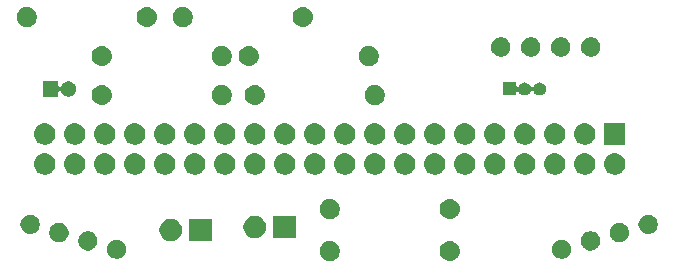
<source format=gbr>
G04 #@! TF.GenerationSoftware,KiCad,Pcbnew,(5.0.2)-1*
G04 #@! TF.CreationDate,2021-01-02T20:32:08+01:00*
G04 #@! TF.ProjectId,Radmesser,5261646d-6573-4736-9572-2e6b69636164,rev?*
G04 #@! TF.SameCoordinates,Original*
G04 #@! TF.FileFunction,Soldermask,Top*
G04 #@! TF.FilePolarity,Negative*
%FSLAX46Y46*%
G04 Gerber Fmt 4.6, Leading zero omitted, Abs format (unit mm)*
G04 Created by KiCad (PCBNEW (5.0.2)-1) date 02.01.2021 20:32:08*
%MOMM*%
%LPD*%
G01*
G04 APERTURE LIST*
%ADD10C,0.100000*%
G04 APERTURE END LIST*
D10*
G36*
X180760821Y-101015313D02*
X180760824Y-101015314D01*
X180760825Y-101015314D01*
X180921239Y-101063975D01*
X180921241Y-101063976D01*
X180921244Y-101063977D01*
X181069078Y-101142995D01*
X181198659Y-101249341D01*
X181305005Y-101378922D01*
X181384023Y-101526756D01*
X181384024Y-101526759D01*
X181384025Y-101526761D01*
X181412251Y-101619810D01*
X181432687Y-101687179D01*
X181449117Y-101854000D01*
X181432687Y-102020821D01*
X181432686Y-102020824D01*
X181432686Y-102020825D01*
X181407993Y-102102228D01*
X181384023Y-102181244D01*
X181305005Y-102329078D01*
X181198659Y-102458659D01*
X181069078Y-102565005D01*
X180921244Y-102644023D01*
X180921241Y-102644024D01*
X180921239Y-102644025D01*
X180760825Y-102692686D01*
X180760824Y-102692686D01*
X180760821Y-102692687D01*
X180635804Y-102705000D01*
X180552196Y-102705000D01*
X180427179Y-102692687D01*
X180427176Y-102692686D01*
X180427175Y-102692686D01*
X180266761Y-102644025D01*
X180266759Y-102644024D01*
X180266756Y-102644023D01*
X180118922Y-102565005D01*
X179989341Y-102458659D01*
X179882995Y-102329078D01*
X179803977Y-102181244D01*
X179780008Y-102102228D01*
X179755314Y-102020825D01*
X179755314Y-102020824D01*
X179755313Y-102020821D01*
X179738883Y-101854000D01*
X179755313Y-101687179D01*
X179775749Y-101619810D01*
X179803975Y-101526761D01*
X179803976Y-101526759D01*
X179803977Y-101526756D01*
X179882995Y-101378922D01*
X179989341Y-101249341D01*
X180118922Y-101142995D01*
X180266756Y-101063977D01*
X180266759Y-101063976D01*
X180266761Y-101063975D01*
X180427175Y-101015314D01*
X180427176Y-101015314D01*
X180427179Y-101015313D01*
X180552196Y-101003000D01*
X180635804Y-101003000D01*
X180760821Y-101015313D01*
X180760821Y-101015313D01*
G37*
G36*
X170682228Y-101035703D02*
X170837100Y-101099853D01*
X170976481Y-101192985D01*
X171095015Y-101311519D01*
X171188147Y-101450900D01*
X171252297Y-101605772D01*
X171285000Y-101770184D01*
X171285000Y-101937816D01*
X171252297Y-102102228D01*
X171188147Y-102257100D01*
X171095015Y-102396481D01*
X170976481Y-102515015D01*
X170837100Y-102608147D01*
X170682228Y-102672297D01*
X170517816Y-102705000D01*
X170350184Y-102705000D01*
X170185772Y-102672297D01*
X170030900Y-102608147D01*
X169891519Y-102515015D01*
X169772985Y-102396481D01*
X169679853Y-102257100D01*
X169615703Y-102102228D01*
X169583000Y-101937816D01*
X169583000Y-101770184D01*
X169615703Y-101605772D01*
X169679853Y-101450900D01*
X169772985Y-101311519D01*
X169891519Y-101192985D01*
X170030900Y-101099853D01*
X170185772Y-101035703D01*
X170350184Y-101003000D01*
X170517816Y-101003000D01*
X170682228Y-101035703D01*
X170682228Y-101035703D01*
G37*
G36*
X190305609Y-100915538D02*
X190313402Y-100918766D01*
X190454114Y-100977050D01*
X190587763Y-101066352D01*
X190701421Y-101180010D01*
X190790723Y-101313659D01*
X190820927Y-101386580D01*
X190852235Y-101462164D01*
X190883593Y-101619810D01*
X190883593Y-101780550D01*
X190852235Y-101938196D01*
X190852234Y-101938198D01*
X190790723Y-102086701D01*
X190701421Y-102220350D01*
X190587763Y-102334008D01*
X190454114Y-102423310D01*
X190331090Y-102474267D01*
X190305609Y-102484822D01*
X190147963Y-102516180D01*
X189987223Y-102516180D01*
X189829577Y-102484822D01*
X189804096Y-102474267D01*
X189681072Y-102423310D01*
X189547423Y-102334008D01*
X189433765Y-102220350D01*
X189344463Y-102086701D01*
X189282952Y-101938198D01*
X189282951Y-101938196D01*
X189251593Y-101780550D01*
X189251593Y-101619810D01*
X189282951Y-101462164D01*
X189314259Y-101386580D01*
X189344463Y-101313659D01*
X189433765Y-101180010D01*
X189547423Y-101066352D01*
X189681072Y-100977050D01*
X189821784Y-100918766D01*
X189829577Y-100915538D01*
X189987223Y-100884180D01*
X190147963Y-100884180D01*
X190305609Y-100915538D01*
X190305609Y-100915538D01*
G37*
G36*
X152630423Y-100915537D02*
X152638216Y-100918765D01*
X152778928Y-100977049D01*
X152912577Y-101066351D01*
X153026235Y-101180009D01*
X153115537Y-101313658D01*
X153166494Y-101436682D01*
X153177049Y-101462163D01*
X153208407Y-101619809D01*
X153208407Y-101780549D01*
X153177049Y-101938195D01*
X153177048Y-101938197D01*
X153115537Y-102086700D01*
X153026235Y-102220349D01*
X152912577Y-102334007D01*
X152778928Y-102423309D01*
X152693584Y-102458659D01*
X152630423Y-102484821D01*
X152472777Y-102516179D01*
X152312037Y-102516179D01*
X152154391Y-102484821D01*
X152091230Y-102458659D01*
X152005886Y-102423309D01*
X151872237Y-102334007D01*
X151758579Y-102220349D01*
X151669277Y-102086700D01*
X151607766Y-101938197D01*
X151607765Y-101938195D01*
X151576407Y-101780549D01*
X151576407Y-101619809D01*
X151607765Y-101462163D01*
X151618320Y-101436682D01*
X151669277Y-101313658D01*
X151758579Y-101180009D01*
X151872237Y-101066351D01*
X152005886Y-100977049D01*
X152146598Y-100918765D01*
X152154391Y-100915537D01*
X152312037Y-100884179D01*
X152472777Y-100884179D01*
X152630423Y-100915537D01*
X152630423Y-100915537D01*
G37*
G36*
X150188818Y-100215417D02*
X150198849Y-100219572D01*
X150337323Y-100276929D01*
X150470972Y-100366231D01*
X150584630Y-100479889D01*
X150673932Y-100613538D01*
X150724844Y-100736453D01*
X150735444Y-100762043D01*
X150766802Y-100919689D01*
X150766802Y-101080429D01*
X150735444Y-101238075D01*
X150735443Y-101238077D01*
X150673932Y-101386580D01*
X150584630Y-101520229D01*
X150470972Y-101633887D01*
X150337323Y-101723189D01*
X150223865Y-101770184D01*
X150188818Y-101784701D01*
X150031172Y-101816059D01*
X149870432Y-101816059D01*
X149712786Y-101784701D01*
X149677739Y-101770184D01*
X149564281Y-101723189D01*
X149430632Y-101633887D01*
X149316974Y-101520229D01*
X149227672Y-101386580D01*
X149166161Y-101238077D01*
X149166160Y-101238075D01*
X149134802Y-101080429D01*
X149134802Y-100919689D01*
X149166160Y-100762043D01*
X149176760Y-100736453D01*
X149227672Y-100613538D01*
X149316974Y-100479889D01*
X149430632Y-100366231D01*
X149564281Y-100276929D01*
X149702755Y-100219572D01*
X149712786Y-100215417D01*
X149870432Y-100184059D01*
X150031172Y-100184059D01*
X150188818Y-100215417D01*
X150188818Y-100215417D01*
G37*
G36*
X192747214Y-100215417D02*
X192757245Y-100219572D01*
X192895719Y-100276929D01*
X193029368Y-100366231D01*
X193143026Y-100479889D01*
X193232328Y-100613538D01*
X193283240Y-100736453D01*
X193293840Y-100762043D01*
X193325198Y-100919689D01*
X193325198Y-101080429D01*
X193293840Y-101238075D01*
X193293839Y-101238077D01*
X193232328Y-101386580D01*
X193143026Y-101520229D01*
X193029368Y-101633887D01*
X192895719Y-101723189D01*
X192782261Y-101770184D01*
X192747214Y-101784701D01*
X192589568Y-101816059D01*
X192428828Y-101816059D01*
X192271182Y-101784701D01*
X192236135Y-101770184D01*
X192122677Y-101723189D01*
X191989028Y-101633887D01*
X191875370Y-101520229D01*
X191786068Y-101386580D01*
X191724557Y-101238077D01*
X191724556Y-101238075D01*
X191693198Y-101080429D01*
X191693198Y-100919689D01*
X191724556Y-100762043D01*
X191735156Y-100736453D01*
X191786068Y-100613538D01*
X191875370Y-100479889D01*
X191989028Y-100366231D01*
X192122677Y-100276929D01*
X192261151Y-100219572D01*
X192271182Y-100215417D01*
X192428828Y-100184059D01*
X192589568Y-100184059D01*
X192747214Y-100215417D01*
X192747214Y-100215417D01*
G37*
G36*
X147747214Y-99515299D02*
X147747217Y-99515300D01*
X147747216Y-99515300D01*
X147895719Y-99576811D01*
X148029368Y-99666113D01*
X148143026Y-99779771D01*
X148232328Y-99913420D01*
X148283285Y-100036444D01*
X148293840Y-100061925D01*
X148325198Y-100219571D01*
X148325198Y-100380311D01*
X148293840Y-100537957D01*
X148284424Y-100560690D01*
X148232328Y-100686462D01*
X148143026Y-100820111D01*
X148029368Y-100933769D01*
X147895719Y-101023071D01*
X147772695Y-101074028D01*
X147747214Y-101084583D01*
X147589568Y-101115941D01*
X147428828Y-101115941D01*
X147271182Y-101084583D01*
X147245701Y-101074028D01*
X147122677Y-101023071D01*
X146989028Y-100933769D01*
X146875370Y-100820111D01*
X146786068Y-100686462D01*
X146733972Y-100560690D01*
X146724556Y-100537957D01*
X146693198Y-100380311D01*
X146693198Y-100219571D01*
X146724556Y-100061925D01*
X146735111Y-100036444D01*
X146786068Y-99913420D01*
X146875370Y-99779771D01*
X146989028Y-99666113D01*
X147122677Y-99576811D01*
X147271180Y-99515300D01*
X147271179Y-99515300D01*
X147271182Y-99515299D01*
X147428828Y-99483941D01*
X147589568Y-99483941D01*
X147747214Y-99515299D01*
X147747214Y-99515299D01*
G37*
G36*
X195188818Y-99515299D02*
X195188821Y-99515300D01*
X195188820Y-99515300D01*
X195337323Y-99576811D01*
X195470972Y-99666113D01*
X195584630Y-99779771D01*
X195673932Y-99913420D01*
X195724889Y-100036444D01*
X195735444Y-100061925D01*
X195766802Y-100219571D01*
X195766802Y-100380311D01*
X195735444Y-100537957D01*
X195726028Y-100560690D01*
X195673932Y-100686462D01*
X195584630Y-100820111D01*
X195470972Y-100933769D01*
X195337323Y-101023071D01*
X195214299Y-101074028D01*
X195188818Y-101084583D01*
X195031172Y-101115941D01*
X194870432Y-101115941D01*
X194712786Y-101084583D01*
X194687305Y-101074028D01*
X194564281Y-101023071D01*
X194430632Y-100933769D01*
X194316974Y-100820111D01*
X194227672Y-100686462D01*
X194175576Y-100560690D01*
X194166160Y-100537957D01*
X194134802Y-100380311D01*
X194134802Y-100219571D01*
X194166160Y-100061925D01*
X194176715Y-100036444D01*
X194227672Y-99913420D01*
X194316974Y-99779771D01*
X194430632Y-99666113D01*
X194564281Y-99576811D01*
X194712784Y-99515300D01*
X194712783Y-99515300D01*
X194712786Y-99515299D01*
X194870432Y-99483941D01*
X195031172Y-99483941D01*
X195188818Y-99515299D01*
X195188818Y-99515299D01*
G37*
G36*
X157249396Y-99161546D02*
X157422466Y-99233234D01*
X157578230Y-99337312D01*
X157710688Y-99469770D01*
X157814766Y-99625534D01*
X157886454Y-99798604D01*
X157923000Y-99982333D01*
X157923000Y-100169667D01*
X157886454Y-100353396D01*
X157814766Y-100526466D01*
X157710688Y-100682230D01*
X157578230Y-100814688D01*
X157422466Y-100918766D01*
X157249396Y-100990454D01*
X157065667Y-101027000D01*
X156878333Y-101027000D01*
X156694604Y-100990454D01*
X156521534Y-100918766D01*
X156365770Y-100814688D01*
X156233312Y-100682230D01*
X156129234Y-100526466D01*
X156057546Y-100353396D01*
X156021000Y-100169667D01*
X156021000Y-99982333D01*
X156057546Y-99798604D01*
X156129234Y-99625534D01*
X156233312Y-99469770D01*
X156365770Y-99337312D01*
X156521534Y-99233234D01*
X156694604Y-99161546D01*
X156878333Y-99125000D01*
X157065667Y-99125000D01*
X157249396Y-99161546D01*
X157249396Y-99161546D01*
G37*
G36*
X160463000Y-101027000D02*
X158561000Y-101027000D01*
X158561000Y-99125000D01*
X160463000Y-99125000D01*
X160463000Y-101027000D01*
X160463000Y-101027000D01*
G37*
G36*
X164361396Y-98907546D02*
X164534466Y-98979234D01*
X164690230Y-99083312D01*
X164822688Y-99215770D01*
X164926766Y-99371534D01*
X164998454Y-99544604D01*
X165035000Y-99728333D01*
X165035000Y-99915667D01*
X164998454Y-100099396D01*
X164926766Y-100272466D01*
X164822688Y-100428230D01*
X164690230Y-100560688D01*
X164534466Y-100664766D01*
X164361396Y-100736454D01*
X164177667Y-100773000D01*
X163990333Y-100773000D01*
X163806604Y-100736454D01*
X163633534Y-100664766D01*
X163477770Y-100560688D01*
X163345312Y-100428230D01*
X163241234Y-100272466D01*
X163169546Y-100099396D01*
X163133000Y-99915667D01*
X163133000Y-99728333D01*
X163169546Y-99544604D01*
X163241234Y-99371534D01*
X163345312Y-99215770D01*
X163477770Y-99083312D01*
X163633534Y-98979234D01*
X163806604Y-98907546D01*
X163990333Y-98871000D01*
X164177667Y-98871000D01*
X164361396Y-98907546D01*
X164361396Y-98907546D01*
G37*
G36*
X167575000Y-100773000D02*
X165673000Y-100773000D01*
X165673000Y-98871000D01*
X167575000Y-98871000D01*
X167575000Y-100773000D01*
X167575000Y-100773000D01*
G37*
G36*
X145305609Y-98815179D02*
X145305612Y-98815180D01*
X145305611Y-98815180D01*
X145454114Y-98876691D01*
X145587763Y-98965993D01*
X145701421Y-99079651D01*
X145790723Y-99213300D01*
X145798980Y-99233235D01*
X145852235Y-99361805D01*
X145883593Y-99519451D01*
X145883593Y-99680191D01*
X145852235Y-99837837D01*
X145852234Y-99837839D01*
X145790723Y-99986342D01*
X145701421Y-100119991D01*
X145587763Y-100233649D01*
X145454114Y-100322951D01*
X145349625Y-100366231D01*
X145305609Y-100384463D01*
X145147963Y-100415821D01*
X144987223Y-100415821D01*
X144829577Y-100384463D01*
X144785561Y-100366231D01*
X144681072Y-100322951D01*
X144547423Y-100233649D01*
X144433765Y-100119991D01*
X144344463Y-99986342D01*
X144282952Y-99837839D01*
X144282951Y-99837837D01*
X144251593Y-99680191D01*
X144251593Y-99519451D01*
X144282951Y-99361805D01*
X144336206Y-99233235D01*
X144344463Y-99213300D01*
X144433765Y-99079651D01*
X144547423Y-98965993D01*
X144681072Y-98876691D01*
X144829575Y-98815180D01*
X144829574Y-98815180D01*
X144829577Y-98815179D01*
X144987223Y-98783821D01*
X145147963Y-98783821D01*
X145305609Y-98815179D01*
X145305609Y-98815179D01*
G37*
G36*
X197630423Y-98815178D02*
X197655904Y-98825733D01*
X197778928Y-98876690D01*
X197912577Y-98965992D01*
X198026235Y-99079650D01*
X198115537Y-99213299D01*
X198166494Y-99336323D01*
X198177049Y-99361804D01*
X198208407Y-99519450D01*
X198208407Y-99680190D01*
X198177049Y-99837836D01*
X198177048Y-99837838D01*
X198115537Y-99986341D01*
X198026235Y-100119990D01*
X197912577Y-100233648D01*
X197778928Y-100322950D01*
X197655904Y-100373907D01*
X197630423Y-100384462D01*
X197472777Y-100415820D01*
X197312037Y-100415820D01*
X197154391Y-100384462D01*
X197128910Y-100373907D01*
X197005886Y-100322950D01*
X196872237Y-100233648D01*
X196758579Y-100119990D01*
X196669277Y-99986341D01*
X196607766Y-99837838D01*
X196607765Y-99837836D01*
X196576407Y-99680190D01*
X196576407Y-99519450D01*
X196607765Y-99361804D01*
X196618320Y-99336323D01*
X196669277Y-99213299D01*
X196758579Y-99079650D01*
X196872237Y-98965992D01*
X197005886Y-98876690D01*
X197128910Y-98825733D01*
X197154391Y-98815178D01*
X197312037Y-98783820D01*
X197472777Y-98783820D01*
X197630423Y-98815178D01*
X197630423Y-98815178D01*
G37*
G36*
X180760821Y-97459313D02*
X180760824Y-97459314D01*
X180760825Y-97459314D01*
X180921239Y-97507975D01*
X180921241Y-97507976D01*
X180921244Y-97507977D01*
X181069078Y-97586995D01*
X181198659Y-97693341D01*
X181305005Y-97822922D01*
X181384023Y-97970756D01*
X181384024Y-97970759D01*
X181384025Y-97970761D01*
X181432686Y-98131175D01*
X181432687Y-98131179D01*
X181449117Y-98298000D01*
X181432687Y-98464821D01*
X181432686Y-98464824D01*
X181432686Y-98464825D01*
X181407993Y-98546228D01*
X181384023Y-98625244D01*
X181305005Y-98773078D01*
X181198659Y-98902659D01*
X181069078Y-99009005D01*
X180921244Y-99088023D01*
X180921241Y-99088024D01*
X180921239Y-99088025D01*
X180760825Y-99136686D01*
X180760824Y-99136686D01*
X180760821Y-99136687D01*
X180635804Y-99149000D01*
X180552196Y-99149000D01*
X180427179Y-99136687D01*
X180427176Y-99136686D01*
X180427175Y-99136686D01*
X180266761Y-99088025D01*
X180266759Y-99088024D01*
X180266756Y-99088023D01*
X180118922Y-99009005D01*
X179989341Y-98902659D01*
X179882995Y-98773078D01*
X179803977Y-98625244D01*
X179780008Y-98546228D01*
X179755314Y-98464825D01*
X179755314Y-98464824D01*
X179755313Y-98464821D01*
X179738883Y-98298000D01*
X179755313Y-98131179D01*
X179755314Y-98131175D01*
X179803975Y-97970761D01*
X179803976Y-97970759D01*
X179803977Y-97970756D01*
X179882995Y-97822922D01*
X179989341Y-97693341D01*
X180118922Y-97586995D01*
X180266756Y-97507977D01*
X180266759Y-97507976D01*
X180266761Y-97507975D01*
X180427175Y-97459314D01*
X180427176Y-97459314D01*
X180427179Y-97459313D01*
X180552196Y-97447000D01*
X180635804Y-97447000D01*
X180760821Y-97459313D01*
X180760821Y-97459313D01*
G37*
G36*
X170682228Y-97479703D02*
X170837100Y-97543853D01*
X170976481Y-97636985D01*
X171095015Y-97755519D01*
X171188147Y-97894900D01*
X171252297Y-98049772D01*
X171285000Y-98214184D01*
X171285000Y-98381816D01*
X171252297Y-98546228D01*
X171188147Y-98701100D01*
X171095015Y-98840481D01*
X170976481Y-98959015D01*
X170837100Y-99052147D01*
X170682228Y-99116297D01*
X170517816Y-99149000D01*
X170350184Y-99149000D01*
X170185772Y-99116297D01*
X170030900Y-99052147D01*
X169891519Y-98959015D01*
X169772985Y-98840481D01*
X169679853Y-98701100D01*
X169615703Y-98546228D01*
X169583000Y-98381816D01*
X169583000Y-98214184D01*
X169615703Y-98049772D01*
X169679853Y-97894900D01*
X169772985Y-97755519D01*
X169891519Y-97636985D01*
X170030900Y-97543853D01*
X170185772Y-97479703D01*
X170350184Y-97447000D01*
X170517816Y-97447000D01*
X170682228Y-97479703D01*
X170682228Y-97479703D01*
G37*
G36*
X171814442Y-93593518D02*
X171880627Y-93600037D01*
X171993853Y-93634384D01*
X172050467Y-93651557D01*
X172189087Y-93725652D01*
X172206991Y-93735222D01*
X172242729Y-93764552D01*
X172344186Y-93847814D01*
X172427448Y-93949271D01*
X172456778Y-93985009D01*
X172456779Y-93985011D01*
X172540443Y-94141533D01*
X172540443Y-94141534D01*
X172591963Y-94311373D01*
X172609359Y-94488000D01*
X172591963Y-94664627D01*
X172557616Y-94777853D01*
X172540443Y-94834467D01*
X172466348Y-94973087D01*
X172456778Y-94990991D01*
X172427448Y-95026729D01*
X172344186Y-95128186D01*
X172242729Y-95211448D01*
X172206991Y-95240778D01*
X172206989Y-95240779D01*
X172050467Y-95324443D01*
X171993853Y-95341616D01*
X171880627Y-95375963D01*
X171814443Y-95382481D01*
X171748260Y-95389000D01*
X171659740Y-95389000D01*
X171593557Y-95382481D01*
X171527373Y-95375963D01*
X171414147Y-95341616D01*
X171357533Y-95324443D01*
X171201011Y-95240779D01*
X171201009Y-95240778D01*
X171165271Y-95211448D01*
X171063814Y-95128186D01*
X170980552Y-95026729D01*
X170951222Y-94990991D01*
X170941652Y-94973087D01*
X170867557Y-94834467D01*
X170850384Y-94777853D01*
X170816037Y-94664627D01*
X170798641Y-94488000D01*
X170816037Y-94311373D01*
X170867557Y-94141534D01*
X170867557Y-94141533D01*
X170951221Y-93985011D01*
X170951222Y-93985009D01*
X170980552Y-93949271D01*
X171063814Y-93847814D01*
X171165271Y-93764552D01*
X171201009Y-93735222D01*
X171218913Y-93725652D01*
X171357533Y-93651557D01*
X171414147Y-93634384D01*
X171527373Y-93600037D01*
X171593557Y-93593519D01*
X171659740Y-93587000D01*
X171748260Y-93587000D01*
X171814442Y-93593518D01*
X171814442Y-93593518D01*
G37*
G36*
X151494442Y-93593518D02*
X151560627Y-93600037D01*
X151673853Y-93634384D01*
X151730467Y-93651557D01*
X151869087Y-93725652D01*
X151886991Y-93735222D01*
X151922729Y-93764552D01*
X152024186Y-93847814D01*
X152107448Y-93949271D01*
X152136778Y-93985009D01*
X152136779Y-93985011D01*
X152220443Y-94141533D01*
X152220443Y-94141534D01*
X152271963Y-94311373D01*
X152289359Y-94488000D01*
X152271963Y-94664627D01*
X152237616Y-94777853D01*
X152220443Y-94834467D01*
X152146348Y-94973087D01*
X152136778Y-94990991D01*
X152107448Y-95026729D01*
X152024186Y-95128186D01*
X151922729Y-95211448D01*
X151886991Y-95240778D01*
X151886989Y-95240779D01*
X151730467Y-95324443D01*
X151673853Y-95341616D01*
X151560627Y-95375963D01*
X151494443Y-95382481D01*
X151428260Y-95389000D01*
X151339740Y-95389000D01*
X151273557Y-95382481D01*
X151207373Y-95375963D01*
X151094147Y-95341616D01*
X151037533Y-95324443D01*
X150881011Y-95240779D01*
X150881009Y-95240778D01*
X150845271Y-95211448D01*
X150743814Y-95128186D01*
X150660552Y-95026729D01*
X150631222Y-94990991D01*
X150621652Y-94973087D01*
X150547557Y-94834467D01*
X150530384Y-94777853D01*
X150496037Y-94664627D01*
X150478641Y-94488000D01*
X150496037Y-94311373D01*
X150547557Y-94141534D01*
X150547557Y-94141533D01*
X150631221Y-93985011D01*
X150631222Y-93985009D01*
X150660552Y-93949271D01*
X150743814Y-93847814D01*
X150845271Y-93764552D01*
X150881009Y-93735222D01*
X150898913Y-93725652D01*
X151037533Y-93651557D01*
X151094147Y-93634384D01*
X151207373Y-93600037D01*
X151273557Y-93593519D01*
X151339740Y-93587000D01*
X151428260Y-93587000D01*
X151494442Y-93593518D01*
X151494442Y-93593518D01*
G37*
G36*
X154034442Y-93593518D02*
X154100627Y-93600037D01*
X154213853Y-93634384D01*
X154270467Y-93651557D01*
X154409087Y-93725652D01*
X154426991Y-93735222D01*
X154462729Y-93764552D01*
X154564186Y-93847814D01*
X154647448Y-93949271D01*
X154676778Y-93985009D01*
X154676779Y-93985011D01*
X154760443Y-94141533D01*
X154760443Y-94141534D01*
X154811963Y-94311373D01*
X154829359Y-94488000D01*
X154811963Y-94664627D01*
X154777616Y-94777853D01*
X154760443Y-94834467D01*
X154686348Y-94973087D01*
X154676778Y-94990991D01*
X154647448Y-95026729D01*
X154564186Y-95128186D01*
X154462729Y-95211448D01*
X154426991Y-95240778D01*
X154426989Y-95240779D01*
X154270467Y-95324443D01*
X154213853Y-95341616D01*
X154100627Y-95375963D01*
X154034443Y-95382481D01*
X153968260Y-95389000D01*
X153879740Y-95389000D01*
X153813557Y-95382481D01*
X153747373Y-95375963D01*
X153634147Y-95341616D01*
X153577533Y-95324443D01*
X153421011Y-95240779D01*
X153421009Y-95240778D01*
X153385271Y-95211448D01*
X153283814Y-95128186D01*
X153200552Y-95026729D01*
X153171222Y-94990991D01*
X153161652Y-94973087D01*
X153087557Y-94834467D01*
X153070384Y-94777853D01*
X153036037Y-94664627D01*
X153018641Y-94488000D01*
X153036037Y-94311373D01*
X153087557Y-94141534D01*
X153087557Y-94141533D01*
X153171221Y-93985011D01*
X153171222Y-93985009D01*
X153200552Y-93949271D01*
X153283814Y-93847814D01*
X153385271Y-93764552D01*
X153421009Y-93735222D01*
X153438913Y-93725652D01*
X153577533Y-93651557D01*
X153634147Y-93634384D01*
X153747373Y-93600037D01*
X153813557Y-93593519D01*
X153879740Y-93587000D01*
X153968260Y-93587000D01*
X154034442Y-93593518D01*
X154034442Y-93593518D01*
G37*
G36*
X156574442Y-93593518D02*
X156640627Y-93600037D01*
X156753853Y-93634384D01*
X156810467Y-93651557D01*
X156949087Y-93725652D01*
X156966991Y-93735222D01*
X157002729Y-93764552D01*
X157104186Y-93847814D01*
X157187448Y-93949271D01*
X157216778Y-93985009D01*
X157216779Y-93985011D01*
X157300443Y-94141533D01*
X157300443Y-94141534D01*
X157351963Y-94311373D01*
X157369359Y-94488000D01*
X157351963Y-94664627D01*
X157317616Y-94777853D01*
X157300443Y-94834467D01*
X157226348Y-94973087D01*
X157216778Y-94990991D01*
X157187448Y-95026729D01*
X157104186Y-95128186D01*
X157002729Y-95211448D01*
X156966991Y-95240778D01*
X156966989Y-95240779D01*
X156810467Y-95324443D01*
X156753853Y-95341616D01*
X156640627Y-95375963D01*
X156574443Y-95382481D01*
X156508260Y-95389000D01*
X156419740Y-95389000D01*
X156353557Y-95382481D01*
X156287373Y-95375963D01*
X156174147Y-95341616D01*
X156117533Y-95324443D01*
X155961011Y-95240779D01*
X155961009Y-95240778D01*
X155925271Y-95211448D01*
X155823814Y-95128186D01*
X155740552Y-95026729D01*
X155711222Y-94990991D01*
X155701652Y-94973087D01*
X155627557Y-94834467D01*
X155610384Y-94777853D01*
X155576037Y-94664627D01*
X155558641Y-94488000D01*
X155576037Y-94311373D01*
X155627557Y-94141534D01*
X155627557Y-94141533D01*
X155711221Y-93985011D01*
X155711222Y-93985009D01*
X155740552Y-93949271D01*
X155823814Y-93847814D01*
X155925271Y-93764552D01*
X155961009Y-93735222D01*
X155978913Y-93725652D01*
X156117533Y-93651557D01*
X156174147Y-93634384D01*
X156287373Y-93600037D01*
X156353557Y-93593519D01*
X156419740Y-93587000D01*
X156508260Y-93587000D01*
X156574442Y-93593518D01*
X156574442Y-93593518D01*
G37*
G36*
X159114442Y-93593518D02*
X159180627Y-93600037D01*
X159293853Y-93634384D01*
X159350467Y-93651557D01*
X159489087Y-93725652D01*
X159506991Y-93735222D01*
X159542729Y-93764552D01*
X159644186Y-93847814D01*
X159727448Y-93949271D01*
X159756778Y-93985009D01*
X159756779Y-93985011D01*
X159840443Y-94141533D01*
X159840443Y-94141534D01*
X159891963Y-94311373D01*
X159909359Y-94488000D01*
X159891963Y-94664627D01*
X159857616Y-94777853D01*
X159840443Y-94834467D01*
X159766348Y-94973087D01*
X159756778Y-94990991D01*
X159727448Y-95026729D01*
X159644186Y-95128186D01*
X159542729Y-95211448D01*
X159506991Y-95240778D01*
X159506989Y-95240779D01*
X159350467Y-95324443D01*
X159293853Y-95341616D01*
X159180627Y-95375963D01*
X159114443Y-95382481D01*
X159048260Y-95389000D01*
X158959740Y-95389000D01*
X158893557Y-95382481D01*
X158827373Y-95375963D01*
X158714147Y-95341616D01*
X158657533Y-95324443D01*
X158501011Y-95240779D01*
X158501009Y-95240778D01*
X158465271Y-95211448D01*
X158363814Y-95128186D01*
X158280552Y-95026729D01*
X158251222Y-94990991D01*
X158241652Y-94973087D01*
X158167557Y-94834467D01*
X158150384Y-94777853D01*
X158116037Y-94664627D01*
X158098641Y-94488000D01*
X158116037Y-94311373D01*
X158167557Y-94141534D01*
X158167557Y-94141533D01*
X158251221Y-93985011D01*
X158251222Y-93985009D01*
X158280552Y-93949271D01*
X158363814Y-93847814D01*
X158465271Y-93764552D01*
X158501009Y-93735222D01*
X158518913Y-93725652D01*
X158657533Y-93651557D01*
X158714147Y-93634384D01*
X158827373Y-93600037D01*
X158893557Y-93593519D01*
X158959740Y-93587000D01*
X159048260Y-93587000D01*
X159114442Y-93593518D01*
X159114442Y-93593518D01*
G37*
G36*
X161654442Y-93593518D02*
X161720627Y-93600037D01*
X161833853Y-93634384D01*
X161890467Y-93651557D01*
X162029087Y-93725652D01*
X162046991Y-93735222D01*
X162082729Y-93764552D01*
X162184186Y-93847814D01*
X162267448Y-93949271D01*
X162296778Y-93985009D01*
X162296779Y-93985011D01*
X162380443Y-94141533D01*
X162380443Y-94141534D01*
X162431963Y-94311373D01*
X162449359Y-94488000D01*
X162431963Y-94664627D01*
X162397616Y-94777853D01*
X162380443Y-94834467D01*
X162306348Y-94973087D01*
X162296778Y-94990991D01*
X162267448Y-95026729D01*
X162184186Y-95128186D01*
X162082729Y-95211448D01*
X162046991Y-95240778D01*
X162046989Y-95240779D01*
X161890467Y-95324443D01*
X161833853Y-95341616D01*
X161720627Y-95375963D01*
X161654443Y-95382481D01*
X161588260Y-95389000D01*
X161499740Y-95389000D01*
X161433557Y-95382481D01*
X161367373Y-95375963D01*
X161254147Y-95341616D01*
X161197533Y-95324443D01*
X161041011Y-95240779D01*
X161041009Y-95240778D01*
X161005271Y-95211448D01*
X160903814Y-95128186D01*
X160820552Y-95026729D01*
X160791222Y-94990991D01*
X160781652Y-94973087D01*
X160707557Y-94834467D01*
X160690384Y-94777853D01*
X160656037Y-94664627D01*
X160638641Y-94488000D01*
X160656037Y-94311373D01*
X160707557Y-94141534D01*
X160707557Y-94141533D01*
X160791221Y-93985011D01*
X160791222Y-93985009D01*
X160820552Y-93949271D01*
X160903814Y-93847814D01*
X161005271Y-93764552D01*
X161041009Y-93735222D01*
X161058913Y-93725652D01*
X161197533Y-93651557D01*
X161254147Y-93634384D01*
X161367373Y-93600037D01*
X161433557Y-93593519D01*
X161499740Y-93587000D01*
X161588260Y-93587000D01*
X161654442Y-93593518D01*
X161654442Y-93593518D01*
G37*
G36*
X164194442Y-93593518D02*
X164260627Y-93600037D01*
X164373853Y-93634384D01*
X164430467Y-93651557D01*
X164569087Y-93725652D01*
X164586991Y-93735222D01*
X164622729Y-93764552D01*
X164724186Y-93847814D01*
X164807448Y-93949271D01*
X164836778Y-93985009D01*
X164836779Y-93985011D01*
X164920443Y-94141533D01*
X164920443Y-94141534D01*
X164971963Y-94311373D01*
X164989359Y-94488000D01*
X164971963Y-94664627D01*
X164937616Y-94777853D01*
X164920443Y-94834467D01*
X164846348Y-94973087D01*
X164836778Y-94990991D01*
X164807448Y-95026729D01*
X164724186Y-95128186D01*
X164622729Y-95211448D01*
X164586991Y-95240778D01*
X164586989Y-95240779D01*
X164430467Y-95324443D01*
X164373853Y-95341616D01*
X164260627Y-95375963D01*
X164194443Y-95382481D01*
X164128260Y-95389000D01*
X164039740Y-95389000D01*
X163973557Y-95382481D01*
X163907373Y-95375963D01*
X163794147Y-95341616D01*
X163737533Y-95324443D01*
X163581011Y-95240779D01*
X163581009Y-95240778D01*
X163545271Y-95211448D01*
X163443814Y-95128186D01*
X163360552Y-95026729D01*
X163331222Y-94990991D01*
X163321652Y-94973087D01*
X163247557Y-94834467D01*
X163230384Y-94777853D01*
X163196037Y-94664627D01*
X163178641Y-94488000D01*
X163196037Y-94311373D01*
X163247557Y-94141534D01*
X163247557Y-94141533D01*
X163331221Y-93985011D01*
X163331222Y-93985009D01*
X163360552Y-93949271D01*
X163443814Y-93847814D01*
X163545271Y-93764552D01*
X163581009Y-93735222D01*
X163598913Y-93725652D01*
X163737533Y-93651557D01*
X163794147Y-93634384D01*
X163907373Y-93600037D01*
X163973557Y-93593519D01*
X164039740Y-93587000D01*
X164128260Y-93587000D01*
X164194442Y-93593518D01*
X164194442Y-93593518D01*
G37*
G36*
X166734442Y-93593518D02*
X166800627Y-93600037D01*
X166913853Y-93634384D01*
X166970467Y-93651557D01*
X167109087Y-93725652D01*
X167126991Y-93735222D01*
X167162729Y-93764552D01*
X167264186Y-93847814D01*
X167347448Y-93949271D01*
X167376778Y-93985009D01*
X167376779Y-93985011D01*
X167460443Y-94141533D01*
X167460443Y-94141534D01*
X167511963Y-94311373D01*
X167529359Y-94488000D01*
X167511963Y-94664627D01*
X167477616Y-94777853D01*
X167460443Y-94834467D01*
X167386348Y-94973087D01*
X167376778Y-94990991D01*
X167347448Y-95026729D01*
X167264186Y-95128186D01*
X167162729Y-95211448D01*
X167126991Y-95240778D01*
X167126989Y-95240779D01*
X166970467Y-95324443D01*
X166913853Y-95341616D01*
X166800627Y-95375963D01*
X166734443Y-95382481D01*
X166668260Y-95389000D01*
X166579740Y-95389000D01*
X166513557Y-95382481D01*
X166447373Y-95375963D01*
X166334147Y-95341616D01*
X166277533Y-95324443D01*
X166121011Y-95240779D01*
X166121009Y-95240778D01*
X166085271Y-95211448D01*
X165983814Y-95128186D01*
X165900552Y-95026729D01*
X165871222Y-94990991D01*
X165861652Y-94973087D01*
X165787557Y-94834467D01*
X165770384Y-94777853D01*
X165736037Y-94664627D01*
X165718641Y-94488000D01*
X165736037Y-94311373D01*
X165787557Y-94141534D01*
X165787557Y-94141533D01*
X165871221Y-93985011D01*
X165871222Y-93985009D01*
X165900552Y-93949271D01*
X165983814Y-93847814D01*
X166085271Y-93764552D01*
X166121009Y-93735222D01*
X166138913Y-93725652D01*
X166277533Y-93651557D01*
X166334147Y-93634384D01*
X166447373Y-93600037D01*
X166513557Y-93593519D01*
X166579740Y-93587000D01*
X166668260Y-93587000D01*
X166734442Y-93593518D01*
X166734442Y-93593518D01*
G37*
G36*
X148954442Y-93593518D02*
X149020627Y-93600037D01*
X149133853Y-93634384D01*
X149190467Y-93651557D01*
X149329087Y-93725652D01*
X149346991Y-93735222D01*
X149382729Y-93764552D01*
X149484186Y-93847814D01*
X149567448Y-93949271D01*
X149596778Y-93985009D01*
X149596779Y-93985011D01*
X149680443Y-94141533D01*
X149680443Y-94141534D01*
X149731963Y-94311373D01*
X149749359Y-94488000D01*
X149731963Y-94664627D01*
X149697616Y-94777853D01*
X149680443Y-94834467D01*
X149606348Y-94973087D01*
X149596778Y-94990991D01*
X149567448Y-95026729D01*
X149484186Y-95128186D01*
X149382729Y-95211448D01*
X149346991Y-95240778D01*
X149346989Y-95240779D01*
X149190467Y-95324443D01*
X149133853Y-95341616D01*
X149020627Y-95375963D01*
X148954443Y-95382481D01*
X148888260Y-95389000D01*
X148799740Y-95389000D01*
X148733557Y-95382481D01*
X148667373Y-95375963D01*
X148554147Y-95341616D01*
X148497533Y-95324443D01*
X148341011Y-95240779D01*
X148341009Y-95240778D01*
X148305271Y-95211448D01*
X148203814Y-95128186D01*
X148120552Y-95026729D01*
X148091222Y-94990991D01*
X148081652Y-94973087D01*
X148007557Y-94834467D01*
X147990384Y-94777853D01*
X147956037Y-94664627D01*
X147938641Y-94488000D01*
X147956037Y-94311373D01*
X148007557Y-94141534D01*
X148007557Y-94141533D01*
X148091221Y-93985011D01*
X148091222Y-93985009D01*
X148120552Y-93949271D01*
X148203814Y-93847814D01*
X148305271Y-93764552D01*
X148341009Y-93735222D01*
X148358913Y-93725652D01*
X148497533Y-93651557D01*
X148554147Y-93634384D01*
X148667373Y-93600037D01*
X148733557Y-93593519D01*
X148799740Y-93587000D01*
X148888260Y-93587000D01*
X148954442Y-93593518D01*
X148954442Y-93593518D01*
G37*
G36*
X189594442Y-93593518D02*
X189660627Y-93600037D01*
X189773853Y-93634384D01*
X189830467Y-93651557D01*
X189969087Y-93725652D01*
X189986991Y-93735222D01*
X190022729Y-93764552D01*
X190124186Y-93847814D01*
X190207448Y-93949271D01*
X190236778Y-93985009D01*
X190236779Y-93985011D01*
X190320443Y-94141533D01*
X190320443Y-94141534D01*
X190371963Y-94311373D01*
X190389359Y-94488000D01*
X190371963Y-94664627D01*
X190337616Y-94777853D01*
X190320443Y-94834467D01*
X190246348Y-94973087D01*
X190236778Y-94990991D01*
X190207448Y-95026729D01*
X190124186Y-95128186D01*
X190022729Y-95211448D01*
X189986991Y-95240778D01*
X189986989Y-95240779D01*
X189830467Y-95324443D01*
X189773853Y-95341616D01*
X189660627Y-95375963D01*
X189594443Y-95382481D01*
X189528260Y-95389000D01*
X189439740Y-95389000D01*
X189373557Y-95382481D01*
X189307373Y-95375963D01*
X189194147Y-95341616D01*
X189137533Y-95324443D01*
X188981011Y-95240779D01*
X188981009Y-95240778D01*
X188945271Y-95211448D01*
X188843814Y-95128186D01*
X188760552Y-95026729D01*
X188731222Y-94990991D01*
X188721652Y-94973087D01*
X188647557Y-94834467D01*
X188630384Y-94777853D01*
X188596037Y-94664627D01*
X188578641Y-94488000D01*
X188596037Y-94311373D01*
X188647557Y-94141534D01*
X188647557Y-94141533D01*
X188731221Y-93985011D01*
X188731222Y-93985009D01*
X188760552Y-93949271D01*
X188843814Y-93847814D01*
X188945271Y-93764552D01*
X188981009Y-93735222D01*
X188998913Y-93725652D01*
X189137533Y-93651557D01*
X189194147Y-93634384D01*
X189307373Y-93600037D01*
X189373557Y-93593519D01*
X189439740Y-93587000D01*
X189528260Y-93587000D01*
X189594442Y-93593518D01*
X189594442Y-93593518D01*
G37*
G36*
X192134442Y-93593518D02*
X192200627Y-93600037D01*
X192313853Y-93634384D01*
X192370467Y-93651557D01*
X192509087Y-93725652D01*
X192526991Y-93735222D01*
X192562729Y-93764552D01*
X192664186Y-93847814D01*
X192747448Y-93949271D01*
X192776778Y-93985009D01*
X192776779Y-93985011D01*
X192860443Y-94141533D01*
X192860443Y-94141534D01*
X192911963Y-94311373D01*
X192929359Y-94488000D01*
X192911963Y-94664627D01*
X192877616Y-94777853D01*
X192860443Y-94834467D01*
X192786348Y-94973087D01*
X192776778Y-94990991D01*
X192747448Y-95026729D01*
X192664186Y-95128186D01*
X192562729Y-95211448D01*
X192526991Y-95240778D01*
X192526989Y-95240779D01*
X192370467Y-95324443D01*
X192313853Y-95341616D01*
X192200627Y-95375963D01*
X192134443Y-95382481D01*
X192068260Y-95389000D01*
X191979740Y-95389000D01*
X191913557Y-95382481D01*
X191847373Y-95375963D01*
X191734147Y-95341616D01*
X191677533Y-95324443D01*
X191521011Y-95240779D01*
X191521009Y-95240778D01*
X191485271Y-95211448D01*
X191383814Y-95128186D01*
X191300552Y-95026729D01*
X191271222Y-94990991D01*
X191261652Y-94973087D01*
X191187557Y-94834467D01*
X191170384Y-94777853D01*
X191136037Y-94664627D01*
X191118641Y-94488000D01*
X191136037Y-94311373D01*
X191187557Y-94141534D01*
X191187557Y-94141533D01*
X191271221Y-93985011D01*
X191271222Y-93985009D01*
X191300552Y-93949271D01*
X191383814Y-93847814D01*
X191485271Y-93764552D01*
X191521009Y-93735222D01*
X191538913Y-93725652D01*
X191677533Y-93651557D01*
X191734147Y-93634384D01*
X191847373Y-93600037D01*
X191913557Y-93593519D01*
X191979740Y-93587000D01*
X192068260Y-93587000D01*
X192134442Y-93593518D01*
X192134442Y-93593518D01*
G37*
G36*
X169274442Y-93593518D02*
X169340627Y-93600037D01*
X169453853Y-93634384D01*
X169510467Y-93651557D01*
X169649087Y-93725652D01*
X169666991Y-93735222D01*
X169702729Y-93764552D01*
X169804186Y-93847814D01*
X169887448Y-93949271D01*
X169916778Y-93985009D01*
X169916779Y-93985011D01*
X170000443Y-94141533D01*
X170000443Y-94141534D01*
X170051963Y-94311373D01*
X170069359Y-94488000D01*
X170051963Y-94664627D01*
X170017616Y-94777853D01*
X170000443Y-94834467D01*
X169926348Y-94973087D01*
X169916778Y-94990991D01*
X169887448Y-95026729D01*
X169804186Y-95128186D01*
X169702729Y-95211448D01*
X169666991Y-95240778D01*
X169666989Y-95240779D01*
X169510467Y-95324443D01*
X169453853Y-95341616D01*
X169340627Y-95375963D01*
X169274443Y-95382481D01*
X169208260Y-95389000D01*
X169119740Y-95389000D01*
X169053557Y-95382481D01*
X168987373Y-95375963D01*
X168874147Y-95341616D01*
X168817533Y-95324443D01*
X168661011Y-95240779D01*
X168661009Y-95240778D01*
X168625271Y-95211448D01*
X168523814Y-95128186D01*
X168440552Y-95026729D01*
X168411222Y-94990991D01*
X168401652Y-94973087D01*
X168327557Y-94834467D01*
X168310384Y-94777853D01*
X168276037Y-94664627D01*
X168258641Y-94488000D01*
X168276037Y-94311373D01*
X168327557Y-94141534D01*
X168327557Y-94141533D01*
X168411221Y-93985011D01*
X168411222Y-93985009D01*
X168440552Y-93949271D01*
X168523814Y-93847814D01*
X168625271Y-93764552D01*
X168661009Y-93735222D01*
X168678913Y-93725652D01*
X168817533Y-93651557D01*
X168874147Y-93634384D01*
X168987373Y-93600037D01*
X169053557Y-93593519D01*
X169119740Y-93587000D01*
X169208260Y-93587000D01*
X169274442Y-93593518D01*
X169274442Y-93593518D01*
G37*
G36*
X187054442Y-93593518D02*
X187120627Y-93600037D01*
X187233853Y-93634384D01*
X187290467Y-93651557D01*
X187429087Y-93725652D01*
X187446991Y-93735222D01*
X187482729Y-93764552D01*
X187584186Y-93847814D01*
X187667448Y-93949271D01*
X187696778Y-93985009D01*
X187696779Y-93985011D01*
X187780443Y-94141533D01*
X187780443Y-94141534D01*
X187831963Y-94311373D01*
X187849359Y-94488000D01*
X187831963Y-94664627D01*
X187797616Y-94777853D01*
X187780443Y-94834467D01*
X187706348Y-94973087D01*
X187696778Y-94990991D01*
X187667448Y-95026729D01*
X187584186Y-95128186D01*
X187482729Y-95211448D01*
X187446991Y-95240778D01*
X187446989Y-95240779D01*
X187290467Y-95324443D01*
X187233853Y-95341616D01*
X187120627Y-95375963D01*
X187054443Y-95382481D01*
X186988260Y-95389000D01*
X186899740Y-95389000D01*
X186833557Y-95382481D01*
X186767373Y-95375963D01*
X186654147Y-95341616D01*
X186597533Y-95324443D01*
X186441011Y-95240779D01*
X186441009Y-95240778D01*
X186405271Y-95211448D01*
X186303814Y-95128186D01*
X186220552Y-95026729D01*
X186191222Y-94990991D01*
X186181652Y-94973087D01*
X186107557Y-94834467D01*
X186090384Y-94777853D01*
X186056037Y-94664627D01*
X186038641Y-94488000D01*
X186056037Y-94311373D01*
X186107557Y-94141534D01*
X186107557Y-94141533D01*
X186191221Y-93985011D01*
X186191222Y-93985009D01*
X186220552Y-93949271D01*
X186303814Y-93847814D01*
X186405271Y-93764552D01*
X186441009Y-93735222D01*
X186458913Y-93725652D01*
X186597533Y-93651557D01*
X186654147Y-93634384D01*
X186767373Y-93600037D01*
X186833557Y-93593519D01*
X186899740Y-93587000D01*
X186988260Y-93587000D01*
X187054442Y-93593518D01*
X187054442Y-93593518D01*
G37*
G36*
X174354442Y-93593518D02*
X174420627Y-93600037D01*
X174533853Y-93634384D01*
X174590467Y-93651557D01*
X174729087Y-93725652D01*
X174746991Y-93735222D01*
X174782729Y-93764552D01*
X174884186Y-93847814D01*
X174967448Y-93949271D01*
X174996778Y-93985009D01*
X174996779Y-93985011D01*
X175080443Y-94141533D01*
X175080443Y-94141534D01*
X175131963Y-94311373D01*
X175149359Y-94488000D01*
X175131963Y-94664627D01*
X175097616Y-94777853D01*
X175080443Y-94834467D01*
X175006348Y-94973087D01*
X174996778Y-94990991D01*
X174967448Y-95026729D01*
X174884186Y-95128186D01*
X174782729Y-95211448D01*
X174746991Y-95240778D01*
X174746989Y-95240779D01*
X174590467Y-95324443D01*
X174533853Y-95341616D01*
X174420627Y-95375963D01*
X174354443Y-95382481D01*
X174288260Y-95389000D01*
X174199740Y-95389000D01*
X174133557Y-95382481D01*
X174067373Y-95375963D01*
X173954147Y-95341616D01*
X173897533Y-95324443D01*
X173741011Y-95240779D01*
X173741009Y-95240778D01*
X173705271Y-95211448D01*
X173603814Y-95128186D01*
X173520552Y-95026729D01*
X173491222Y-94990991D01*
X173481652Y-94973087D01*
X173407557Y-94834467D01*
X173390384Y-94777853D01*
X173356037Y-94664627D01*
X173338641Y-94488000D01*
X173356037Y-94311373D01*
X173407557Y-94141534D01*
X173407557Y-94141533D01*
X173491221Y-93985011D01*
X173491222Y-93985009D01*
X173520552Y-93949271D01*
X173603814Y-93847814D01*
X173705271Y-93764552D01*
X173741009Y-93735222D01*
X173758913Y-93725652D01*
X173897533Y-93651557D01*
X173954147Y-93634384D01*
X174067373Y-93600037D01*
X174133557Y-93593519D01*
X174199740Y-93587000D01*
X174288260Y-93587000D01*
X174354442Y-93593518D01*
X174354442Y-93593518D01*
G37*
G36*
X176894442Y-93593518D02*
X176960627Y-93600037D01*
X177073853Y-93634384D01*
X177130467Y-93651557D01*
X177269087Y-93725652D01*
X177286991Y-93735222D01*
X177322729Y-93764552D01*
X177424186Y-93847814D01*
X177507448Y-93949271D01*
X177536778Y-93985009D01*
X177536779Y-93985011D01*
X177620443Y-94141533D01*
X177620443Y-94141534D01*
X177671963Y-94311373D01*
X177689359Y-94488000D01*
X177671963Y-94664627D01*
X177637616Y-94777853D01*
X177620443Y-94834467D01*
X177546348Y-94973087D01*
X177536778Y-94990991D01*
X177507448Y-95026729D01*
X177424186Y-95128186D01*
X177322729Y-95211448D01*
X177286991Y-95240778D01*
X177286989Y-95240779D01*
X177130467Y-95324443D01*
X177073853Y-95341616D01*
X176960627Y-95375963D01*
X176894443Y-95382481D01*
X176828260Y-95389000D01*
X176739740Y-95389000D01*
X176673557Y-95382481D01*
X176607373Y-95375963D01*
X176494147Y-95341616D01*
X176437533Y-95324443D01*
X176281011Y-95240779D01*
X176281009Y-95240778D01*
X176245271Y-95211448D01*
X176143814Y-95128186D01*
X176060552Y-95026729D01*
X176031222Y-94990991D01*
X176021652Y-94973087D01*
X175947557Y-94834467D01*
X175930384Y-94777853D01*
X175896037Y-94664627D01*
X175878641Y-94488000D01*
X175896037Y-94311373D01*
X175947557Y-94141534D01*
X175947557Y-94141533D01*
X176031221Y-93985011D01*
X176031222Y-93985009D01*
X176060552Y-93949271D01*
X176143814Y-93847814D01*
X176245271Y-93764552D01*
X176281009Y-93735222D01*
X176298913Y-93725652D01*
X176437533Y-93651557D01*
X176494147Y-93634384D01*
X176607373Y-93600037D01*
X176673557Y-93593519D01*
X176739740Y-93587000D01*
X176828260Y-93587000D01*
X176894442Y-93593518D01*
X176894442Y-93593518D01*
G37*
G36*
X179434442Y-93593518D02*
X179500627Y-93600037D01*
X179613853Y-93634384D01*
X179670467Y-93651557D01*
X179809087Y-93725652D01*
X179826991Y-93735222D01*
X179862729Y-93764552D01*
X179964186Y-93847814D01*
X180047448Y-93949271D01*
X180076778Y-93985009D01*
X180076779Y-93985011D01*
X180160443Y-94141533D01*
X180160443Y-94141534D01*
X180211963Y-94311373D01*
X180229359Y-94488000D01*
X180211963Y-94664627D01*
X180177616Y-94777853D01*
X180160443Y-94834467D01*
X180086348Y-94973087D01*
X180076778Y-94990991D01*
X180047448Y-95026729D01*
X179964186Y-95128186D01*
X179862729Y-95211448D01*
X179826991Y-95240778D01*
X179826989Y-95240779D01*
X179670467Y-95324443D01*
X179613853Y-95341616D01*
X179500627Y-95375963D01*
X179434443Y-95382481D01*
X179368260Y-95389000D01*
X179279740Y-95389000D01*
X179213557Y-95382481D01*
X179147373Y-95375963D01*
X179034147Y-95341616D01*
X178977533Y-95324443D01*
X178821011Y-95240779D01*
X178821009Y-95240778D01*
X178785271Y-95211448D01*
X178683814Y-95128186D01*
X178600552Y-95026729D01*
X178571222Y-94990991D01*
X178561652Y-94973087D01*
X178487557Y-94834467D01*
X178470384Y-94777853D01*
X178436037Y-94664627D01*
X178418641Y-94488000D01*
X178436037Y-94311373D01*
X178487557Y-94141534D01*
X178487557Y-94141533D01*
X178571221Y-93985011D01*
X178571222Y-93985009D01*
X178600552Y-93949271D01*
X178683814Y-93847814D01*
X178785271Y-93764552D01*
X178821009Y-93735222D01*
X178838913Y-93725652D01*
X178977533Y-93651557D01*
X179034147Y-93634384D01*
X179147373Y-93600037D01*
X179213557Y-93593519D01*
X179279740Y-93587000D01*
X179368260Y-93587000D01*
X179434442Y-93593518D01*
X179434442Y-93593518D01*
G37*
G36*
X181974442Y-93593518D02*
X182040627Y-93600037D01*
X182153853Y-93634384D01*
X182210467Y-93651557D01*
X182349087Y-93725652D01*
X182366991Y-93735222D01*
X182402729Y-93764552D01*
X182504186Y-93847814D01*
X182587448Y-93949271D01*
X182616778Y-93985009D01*
X182616779Y-93985011D01*
X182700443Y-94141533D01*
X182700443Y-94141534D01*
X182751963Y-94311373D01*
X182769359Y-94488000D01*
X182751963Y-94664627D01*
X182717616Y-94777853D01*
X182700443Y-94834467D01*
X182626348Y-94973087D01*
X182616778Y-94990991D01*
X182587448Y-95026729D01*
X182504186Y-95128186D01*
X182402729Y-95211448D01*
X182366991Y-95240778D01*
X182366989Y-95240779D01*
X182210467Y-95324443D01*
X182153853Y-95341616D01*
X182040627Y-95375963D01*
X181974443Y-95382481D01*
X181908260Y-95389000D01*
X181819740Y-95389000D01*
X181753557Y-95382481D01*
X181687373Y-95375963D01*
X181574147Y-95341616D01*
X181517533Y-95324443D01*
X181361011Y-95240779D01*
X181361009Y-95240778D01*
X181325271Y-95211448D01*
X181223814Y-95128186D01*
X181140552Y-95026729D01*
X181111222Y-94990991D01*
X181101652Y-94973087D01*
X181027557Y-94834467D01*
X181010384Y-94777853D01*
X180976037Y-94664627D01*
X180958641Y-94488000D01*
X180976037Y-94311373D01*
X181027557Y-94141534D01*
X181027557Y-94141533D01*
X181111221Y-93985011D01*
X181111222Y-93985009D01*
X181140552Y-93949271D01*
X181223814Y-93847814D01*
X181325271Y-93764552D01*
X181361009Y-93735222D01*
X181378913Y-93725652D01*
X181517533Y-93651557D01*
X181574147Y-93634384D01*
X181687373Y-93600037D01*
X181753557Y-93593519D01*
X181819740Y-93587000D01*
X181908260Y-93587000D01*
X181974442Y-93593518D01*
X181974442Y-93593518D01*
G37*
G36*
X194674442Y-93593518D02*
X194740627Y-93600037D01*
X194853853Y-93634384D01*
X194910467Y-93651557D01*
X195049087Y-93725652D01*
X195066991Y-93735222D01*
X195102729Y-93764552D01*
X195204186Y-93847814D01*
X195287448Y-93949271D01*
X195316778Y-93985009D01*
X195316779Y-93985011D01*
X195400443Y-94141533D01*
X195400443Y-94141534D01*
X195451963Y-94311373D01*
X195469359Y-94488000D01*
X195451963Y-94664627D01*
X195417616Y-94777853D01*
X195400443Y-94834467D01*
X195326348Y-94973087D01*
X195316778Y-94990991D01*
X195287448Y-95026729D01*
X195204186Y-95128186D01*
X195102729Y-95211448D01*
X195066991Y-95240778D01*
X195066989Y-95240779D01*
X194910467Y-95324443D01*
X194853853Y-95341616D01*
X194740627Y-95375963D01*
X194674443Y-95382481D01*
X194608260Y-95389000D01*
X194519740Y-95389000D01*
X194453557Y-95382481D01*
X194387373Y-95375963D01*
X194274147Y-95341616D01*
X194217533Y-95324443D01*
X194061011Y-95240779D01*
X194061009Y-95240778D01*
X194025271Y-95211448D01*
X193923814Y-95128186D01*
X193840552Y-95026729D01*
X193811222Y-94990991D01*
X193801652Y-94973087D01*
X193727557Y-94834467D01*
X193710384Y-94777853D01*
X193676037Y-94664627D01*
X193658641Y-94488000D01*
X193676037Y-94311373D01*
X193727557Y-94141534D01*
X193727557Y-94141533D01*
X193811221Y-93985011D01*
X193811222Y-93985009D01*
X193840552Y-93949271D01*
X193923814Y-93847814D01*
X194025271Y-93764552D01*
X194061009Y-93735222D01*
X194078913Y-93725652D01*
X194217533Y-93651557D01*
X194274147Y-93634384D01*
X194387373Y-93600037D01*
X194453557Y-93593519D01*
X194519740Y-93587000D01*
X194608260Y-93587000D01*
X194674442Y-93593518D01*
X194674442Y-93593518D01*
G37*
G36*
X146414442Y-93593518D02*
X146480627Y-93600037D01*
X146593853Y-93634384D01*
X146650467Y-93651557D01*
X146789087Y-93725652D01*
X146806991Y-93735222D01*
X146842729Y-93764552D01*
X146944186Y-93847814D01*
X147027448Y-93949271D01*
X147056778Y-93985009D01*
X147056779Y-93985011D01*
X147140443Y-94141533D01*
X147140443Y-94141534D01*
X147191963Y-94311373D01*
X147209359Y-94488000D01*
X147191963Y-94664627D01*
X147157616Y-94777853D01*
X147140443Y-94834467D01*
X147066348Y-94973087D01*
X147056778Y-94990991D01*
X147027448Y-95026729D01*
X146944186Y-95128186D01*
X146842729Y-95211448D01*
X146806991Y-95240778D01*
X146806989Y-95240779D01*
X146650467Y-95324443D01*
X146593853Y-95341616D01*
X146480627Y-95375963D01*
X146414443Y-95382481D01*
X146348260Y-95389000D01*
X146259740Y-95389000D01*
X146193557Y-95382481D01*
X146127373Y-95375963D01*
X146014147Y-95341616D01*
X145957533Y-95324443D01*
X145801011Y-95240779D01*
X145801009Y-95240778D01*
X145765271Y-95211448D01*
X145663814Y-95128186D01*
X145580552Y-95026729D01*
X145551222Y-94990991D01*
X145541652Y-94973087D01*
X145467557Y-94834467D01*
X145450384Y-94777853D01*
X145416037Y-94664627D01*
X145398641Y-94488000D01*
X145416037Y-94311373D01*
X145467557Y-94141534D01*
X145467557Y-94141533D01*
X145551221Y-93985011D01*
X145551222Y-93985009D01*
X145580552Y-93949271D01*
X145663814Y-93847814D01*
X145765271Y-93764552D01*
X145801009Y-93735222D01*
X145818913Y-93725652D01*
X145957533Y-93651557D01*
X146014147Y-93634384D01*
X146127373Y-93600037D01*
X146193557Y-93593519D01*
X146259740Y-93587000D01*
X146348260Y-93587000D01*
X146414442Y-93593518D01*
X146414442Y-93593518D01*
G37*
G36*
X184514442Y-93593518D02*
X184580627Y-93600037D01*
X184693853Y-93634384D01*
X184750467Y-93651557D01*
X184889087Y-93725652D01*
X184906991Y-93735222D01*
X184942729Y-93764552D01*
X185044186Y-93847814D01*
X185127448Y-93949271D01*
X185156778Y-93985009D01*
X185156779Y-93985011D01*
X185240443Y-94141533D01*
X185240443Y-94141534D01*
X185291963Y-94311373D01*
X185309359Y-94488000D01*
X185291963Y-94664627D01*
X185257616Y-94777853D01*
X185240443Y-94834467D01*
X185166348Y-94973087D01*
X185156778Y-94990991D01*
X185127448Y-95026729D01*
X185044186Y-95128186D01*
X184942729Y-95211448D01*
X184906991Y-95240778D01*
X184906989Y-95240779D01*
X184750467Y-95324443D01*
X184693853Y-95341616D01*
X184580627Y-95375963D01*
X184514443Y-95382481D01*
X184448260Y-95389000D01*
X184359740Y-95389000D01*
X184293557Y-95382481D01*
X184227373Y-95375963D01*
X184114147Y-95341616D01*
X184057533Y-95324443D01*
X183901011Y-95240779D01*
X183901009Y-95240778D01*
X183865271Y-95211448D01*
X183763814Y-95128186D01*
X183680552Y-95026729D01*
X183651222Y-94990991D01*
X183641652Y-94973087D01*
X183567557Y-94834467D01*
X183550384Y-94777853D01*
X183516037Y-94664627D01*
X183498641Y-94488000D01*
X183516037Y-94311373D01*
X183567557Y-94141534D01*
X183567557Y-94141533D01*
X183651221Y-93985011D01*
X183651222Y-93985009D01*
X183680552Y-93949271D01*
X183763814Y-93847814D01*
X183865271Y-93764552D01*
X183901009Y-93735222D01*
X183918913Y-93725652D01*
X184057533Y-93651557D01*
X184114147Y-93634384D01*
X184227373Y-93600037D01*
X184293557Y-93593519D01*
X184359740Y-93587000D01*
X184448260Y-93587000D01*
X184514442Y-93593518D01*
X184514442Y-93593518D01*
G37*
G36*
X164194442Y-91053518D02*
X164260627Y-91060037D01*
X164373853Y-91094384D01*
X164430467Y-91111557D01*
X164569087Y-91185652D01*
X164586991Y-91195222D01*
X164622729Y-91224552D01*
X164724186Y-91307814D01*
X164807448Y-91409271D01*
X164836778Y-91445009D01*
X164836779Y-91445011D01*
X164920443Y-91601533D01*
X164920443Y-91601534D01*
X164971963Y-91771373D01*
X164989359Y-91948000D01*
X164971963Y-92124627D01*
X164937616Y-92237853D01*
X164920443Y-92294467D01*
X164846348Y-92433087D01*
X164836778Y-92450991D01*
X164807448Y-92486729D01*
X164724186Y-92588186D01*
X164622729Y-92671448D01*
X164586991Y-92700778D01*
X164586989Y-92700779D01*
X164430467Y-92784443D01*
X164373853Y-92801616D01*
X164260627Y-92835963D01*
X164194442Y-92842482D01*
X164128260Y-92849000D01*
X164039740Y-92849000D01*
X163973558Y-92842482D01*
X163907373Y-92835963D01*
X163794147Y-92801616D01*
X163737533Y-92784443D01*
X163581011Y-92700779D01*
X163581009Y-92700778D01*
X163545271Y-92671448D01*
X163443814Y-92588186D01*
X163360552Y-92486729D01*
X163331222Y-92450991D01*
X163321652Y-92433087D01*
X163247557Y-92294467D01*
X163230384Y-92237853D01*
X163196037Y-92124627D01*
X163178641Y-91948000D01*
X163196037Y-91771373D01*
X163247557Y-91601534D01*
X163247557Y-91601533D01*
X163331221Y-91445011D01*
X163331222Y-91445009D01*
X163360552Y-91409271D01*
X163443814Y-91307814D01*
X163545271Y-91224552D01*
X163581009Y-91195222D01*
X163598913Y-91185652D01*
X163737533Y-91111557D01*
X163794147Y-91094384D01*
X163907373Y-91060037D01*
X163973558Y-91053518D01*
X164039740Y-91047000D01*
X164128260Y-91047000D01*
X164194442Y-91053518D01*
X164194442Y-91053518D01*
G37*
G36*
X179434442Y-91053518D02*
X179500627Y-91060037D01*
X179613853Y-91094384D01*
X179670467Y-91111557D01*
X179809087Y-91185652D01*
X179826991Y-91195222D01*
X179862729Y-91224552D01*
X179964186Y-91307814D01*
X180047448Y-91409271D01*
X180076778Y-91445009D01*
X180076779Y-91445011D01*
X180160443Y-91601533D01*
X180160443Y-91601534D01*
X180211963Y-91771373D01*
X180229359Y-91948000D01*
X180211963Y-92124627D01*
X180177616Y-92237853D01*
X180160443Y-92294467D01*
X180086348Y-92433087D01*
X180076778Y-92450991D01*
X180047448Y-92486729D01*
X179964186Y-92588186D01*
X179862729Y-92671448D01*
X179826991Y-92700778D01*
X179826989Y-92700779D01*
X179670467Y-92784443D01*
X179613853Y-92801616D01*
X179500627Y-92835963D01*
X179434442Y-92842482D01*
X179368260Y-92849000D01*
X179279740Y-92849000D01*
X179213558Y-92842482D01*
X179147373Y-92835963D01*
X179034147Y-92801616D01*
X178977533Y-92784443D01*
X178821011Y-92700779D01*
X178821009Y-92700778D01*
X178785271Y-92671448D01*
X178683814Y-92588186D01*
X178600552Y-92486729D01*
X178571222Y-92450991D01*
X178561652Y-92433087D01*
X178487557Y-92294467D01*
X178470384Y-92237853D01*
X178436037Y-92124627D01*
X178418641Y-91948000D01*
X178436037Y-91771373D01*
X178487557Y-91601534D01*
X178487557Y-91601533D01*
X178571221Y-91445011D01*
X178571222Y-91445009D01*
X178600552Y-91409271D01*
X178683814Y-91307814D01*
X178785271Y-91224552D01*
X178821009Y-91195222D01*
X178838913Y-91185652D01*
X178977533Y-91111557D01*
X179034147Y-91094384D01*
X179147373Y-91060037D01*
X179213558Y-91053518D01*
X179279740Y-91047000D01*
X179368260Y-91047000D01*
X179434442Y-91053518D01*
X179434442Y-91053518D01*
G37*
G36*
X195465000Y-92849000D02*
X193663000Y-92849000D01*
X193663000Y-91047000D01*
X195465000Y-91047000D01*
X195465000Y-92849000D01*
X195465000Y-92849000D01*
G37*
G36*
X192134442Y-91053518D02*
X192200627Y-91060037D01*
X192313853Y-91094384D01*
X192370467Y-91111557D01*
X192509087Y-91185652D01*
X192526991Y-91195222D01*
X192562729Y-91224552D01*
X192664186Y-91307814D01*
X192747448Y-91409271D01*
X192776778Y-91445009D01*
X192776779Y-91445011D01*
X192860443Y-91601533D01*
X192860443Y-91601534D01*
X192911963Y-91771373D01*
X192929359Y-91948000D01*
X192911963Y-92124627D01*
X192877616Y-92237853D01*
X192860443Y-92294467D01*
X192786348Y-92433087D01*
X192776778Y-92450991D01*
X192747448Y-92486729D01*
X192664186Y-92588186D01*
X192562729Y-92671448D01*
X192526991Y-92700778D01*
X192526989Y-92700779D01*
X192370467Y-92784443D01*
X192313853Y-92801616D01*
X192200627Y-92835963D01*
X192134442Y-92842482D01*
X192068260Y-92849000D01*
X191979740Y-92849000D01*
X191913558Y-92842482D01*
X191847373Y-92835963D01*
X191734147Y-92801616D01*
X191677533Y-92784443D01*
X191521011Y-92700779D01*
X191521009Y-92700778D01*
X191485271Y-92671448D01*
X191383814Y-92588186D01*
X191300552Y-92486729D01*
X191271222Y-92450991D01*
X191261652Y-92433087D01*
X191187557Y-92294467D01*
X191170384Y-92237853D01*
X191136037Y-92124627D01*
X191118641Y-91948000D01*
X191136037Y-91771373D01*
X191187557Y-91601534D01*
X191187557Y-91601533D01*
X191271221Y-91445011D01*
X191271222Y-91445009D01*
X191300552Y-91409271D01*
X191383814Y-91307814D01*
X191485271Y-91224552D01*
X191521009Y-91195222D01*
X191538913Y-91185652D01*
X191677533Y-91111557D01*
X191734147Y-91094384D01*
X191847373Y-91060037D01*
X191913558Y-91053518D01*
X191979740Y-91047000D01*
X192068260Y-91047000D01*
X192134442Y-91053518D01*
X192134442Y-91053518D01*
G37*
G36*
X189594442Y-91053518D02*
X189660627Y-91060037D01*
X189773853Y-91094384D01*
X189830467Y-91111557D01*
X189969087Y-91185652D01*
X189986991Y-91195222D01*
X190022729Y-91224552D01*
X190124186Y-91307814D01*
X190207448Y-91409271D01*
X190236778Y-91445009D01*
X190236779Y-91445011D01*
X190320443Y-91601533D01*
X190320443Y-91601534D01*
X190371963Y-91771373D01*
X190389359Y-91948000D01*
X190371963Y-92124627D01*
X190337616Y-92237853D01*
X190320443Y-92294467D01*
X190246348Y-92433087D01*
X190236778Y-92450991D01*
X190207448Y-92486729D01*
X190124186Y-92588186D01*
X190022729Y-92671448D01*
X189986991Y-92700778D01*
X189986989Y-92700779D01*
X189830467Y-92784443D01*
X189773853Y-92801616D01*
X189660627Y-92835963D01*
X189594442Y-92842482D01*
X189528260Y-92849000D01*
X189439740Y-92849000D01*
X189373558Y-92842482D01*
X189307373Y-92835963D01*
X189194147Y-92801616D01*
X189137533Y-92784443D01*
X188981011Y-92700779D01*
X188981009Y-92700778D01*
X188945271Y-92671448D01*
X188843814Y-92588186D01*
X188760552Y-92486729D01*
X188731222Y-92450991D01*
X188721652Y-92433087D01*
X188647557Y-92294467D01*
X188630384Y-92237853D01*
X188596037Y-92124627D01*
X188578641Y-91948000D01*
X188596037Y-91771373D01*
X188647557Y-91601534D01*
X188647557Y-91601533D01*
X188731221Y-91445011D01*
X188731222Y-91445009D01*
X188760552Y-91409271D01*
X188843814Y-91307814D01*
X188945271Y-91224552D01*
X188981009Y-91195222D01*
X188998913Y-91185652D01*
X189137533Y-91111557D01*
X189194147Y-91094384D01*
X189307373Y-91060037D01*
X189373558Y-91053518D01*
X189439740Y-91047000D01*
X189528260Y-91047000D01*
X189594442Y-91053518D01*
X189594442Y-91053518D01*
G37*
G36*
X187054442Y-91053518D02*
X187120627Y-91060037D01*
X187233853Y-91094384D01*
X187290467Y-91111557D01*
X187429087Y-91185652D01*
X187446991Y-91195222D01*
X187482729Y-91224552D01*
X187584186Y-91307814D01*
X187667448Y-91409271D01*
X187696778Y-91445009D01*
X187696779Y-91445011D01*
X187780443Y-91601533D01*
X187780443Y-91601534D01*
X187831963Y-91771373D01*
X187849359Y-91948000D01*
X187831963Y-92124627D01*
X187797616Y-92237853D01*
X187780443Y-92294467D01*
X187706348Y-92433087D01*
X187696778Y-92450991D01*
X187667448Y-92486729D01*
X187584186Y-92588186D01*
X187482729Y-92671448D01*
X187446991Y-92700778D01*
X187446989Y-92700779D01*
X187290467Y-92784443D01*
X187233853Y-92801616D01*
X187120627Y-92835963D01*
X187054442Y-92842482D01*
X186988260Y-92849000D01*
X186899740Y-92849000D01*
X186833558Y-92842482D01*
X186767373Y-92835963D01*
X186654147Y-92801616D01*
X186597533Y-92784443D01*
X186441011Y-92700779D01*
X186441009Y-92700778D01*
X186405271Y-92671448D01*
X186303814Y-92588186D01*
X186220552Y-92486729D01*
X186191222Y-92450991D01*
X186181652Y-92433087D01*
X186107557Y-92294467D01*
X186090384Y-92237853D01*
X186056037Y-92124627D01*
X186038641Y-91948000D01*
X186056037Y-91771373D01*
X186107557Y-91601534D01*
X186107557Y-91601533D01*
X186191221Y-91445011D01*
X186191222Y-91445009D01*
X186220552Y-91409271D01*
X186303814Y-91307814D01*
X186405271Y-91224552D01*
X186441009Y-91195222D01*
X186458913Y-91185652D01*
X186597533Y-91111557D01*
X186654147Y-91094384D01*
X186767373Y-91060037D01*
X186833558Y-91053518D01*
X186899740Y-91047000D01*
X186988260Y-91047000D01*
X187054442Y-91053518D01*
X187054442Y-91053518D01*
G37*
G36*
X184514442Y-91053518D02*
X184580627Y-91060037D01*
X184693853Y-91094384D01*
X184750467Y-91111557D01*
X184889087Y-91185652D01*
X184906991Y-91195222D01*
X184942729Y-91224552D01*
X185044186Y-91307814D01*
X185127448Y-91409271D01*
X185156778Y-91445009D01*
X185156779Y-91445011D01*
X185240443Y-91601533D01*
X185240443Y-91601534D01*
X185291963Y-91771373D01*
X185309359Y-91948000D01*
X185291963Y-92124627D01*
X185257616Y-92237853D01*
X185240443Y-92294467D01*
X185166348Y-92433087D01*
X185156778Y-92450991D01*
X185127448Y-92486729D01*
X185044186Y-92588186D01*
X184942729Y-92671448D01*
X184906991Y-92700778D01*
X184906989Y-92700779D01*
X184750467Y-92784443D01*
X184693853Y-92801616D01*
X184580627Y-92835963D01*
X184514442Y-92842482D01*
X184448260Y-92849000D01*
X184359740Y-92849000D01*
X184293558Y-92842482D01*
X184227373Y-92835963D01*
X184114147Y-92801616D01*
X184057533Y-92784443D01*
X183901011Y-92700779D01*
X183901009Y-92700778D01*
X183865271Y-92671448D01*
X183763814Y-92588186D01*
X183680552Y-92486729D01*
X183651222Y-92450991D01*
X183641652Y-92433087D01*
X183567557Y-92294467D01*
X183550384Y-92237853D01*
X183516037Y-92124627D01*
X183498641Y-91948000D01*
X183516037Y-91771373D01*
X183567557Y-91601534D01*
X183567557Y-91601533D01*
X183651221Y-91445011D01*
X183651222Y-91445009D01*
X183680552Y-91409271D01*
X183763814Y-91307814D01*
X183865271Y-91224552D01*
X183901009Y-91195222D01*
X183918913Y-91185652D01*
X184057533Y-91111557D01*
X184114147Y-91094384D01*
X184227373Y-91060037D01*
X184293558Y-91053518D01*
X184359740Y-91047000D01*
X184448260Y-91047000D01*
X184514442Y-91053518D01*
X184514442Y-91053518D01*
G37*
G36*
X181974442Y-91053518D02*
X182040627Y-91060037D01*
X182153853Y-91094384D01*
X182210467Y-91111557D01*
X182349087Y-91185652D01*
X182366991Y-91195222D01*
X182402729Y-91224552D01*
X182504186Y-91307814D01*
X182587448Y-91409271D01*
X182616778Y-91445009D01*
X182616779Y-91445011D01*
X182700443Y-91601533D01*
X182700443Y-91601534D01*
X182751963Y-91771373D01*
X182769359Y-91948000D01*
X182751963Y-92124627D01*
X182717616Y-92237853D01*
X182700443Y-92294467D01*
X182626348Y-92433087D01*
X182616778Y-92450991D01*
X182587448Y-92486729D01*
X182504186Y-92588186D01*
X182402729Y-92671448D01*
X182366991Y-92700778D01*
X182366989Y-92700779D01*
X182210467Y-92784443D01*
X182153853Y-92801616D01*
X182040627Y-92835963D01*
X181974442Y-92842482D01*
X181908260Y-92849000D01*
X181819740Y-92849000D01*
X181753558Y-92842482D01*
X181687373Y-92835963D01*
X181574147Y-92801616D01*
X181517533Y-92784443D01*
X181361011Y-92700779D01*
X181361009Y-92700778D01*
X181325271Y-92671448D01*
X181223814Y-92588186D01*
X181140552Y-92486729D01*
X181111222Y-92450991D01*
X181101652Y-92433087D01*
X181027557Y-92294467D01*
X181010384Y-92237853D01*
X180976037Y-92124627D01*
X180958641Y-91948000D01*
X180976037Y-91771373D01*
X181027557Y-91601534D01*
X181027557Y-91601533D01*
X181111221Y-91445011D01*
X181111222Y-91445009D01*
X181140552Y-91409271D01*
X181223814Y-91307814D01*
X181325271Y-91224552D01*
X181361009Y-91195222D01*
X181378913Y-91185652D01*
X181517533Y-91111557D01*
X181574147Y-91094384D01*
X181687373Y-91060037D01*
X181753558Y-91053518D01*
X181819740Y-91047000D01*
X181908260Y-91047000D01*
X181974442Y-91053518D01*
X181974442Y-91053518D01*
G37*
G36*
X176894442Y-91053518D02*
X176960627Y-91060037D01*
X177073853Y-91094384D01*
X177130467Y-91111557D01*
X177269087Y-91185652D01*
X177286991Y-91195222D01*
X177322729Y-91224552D01*
X177424186Y-91307814D01*
X177507448Y-91409271D01*
X177536778Y-91445009D01*
X177536779Y-91445011D01*
X177620443Y-91601533D01*
X177620443Y-91601534D01*
X177671963Y-91771373D01*
X177689359Y-91948000D01*
X177671963Y-92124627D01*
X177637616Y-92237853D01*
X177620443Y-92294467D01*
X177546348Y-92433087D01*
X177536778Y-92450991D01*
X177507448Y-92486729D01*
X177424186Y-92588186D01*
X177322729Y-92671448D01*
X177286991Y-92700778D01*
X177286989Y-92700779D01*
X177130467Y-92784443D01*
X177073853Y-92801616D01*
X176960627Y-92835963D01*
X176894442Y-92842482D01*
X176828260Y-92849000D01*
X176739740Y-92849000D01*
X176673558Y-92842482D01*
X176607373Y-92835963D01*
X176494147Y-92801616D01*
X176437533Y-92784443D01*
X176281011Y-92700779D01*
X176281009Y-92700778D01*
X176245271Y-92671448D01*
X176143814Y-92588186D01*
X176060552Y-92486729D01*
X176031222Y-92450991D01*
X176021652Y-92433087D01*
X175947557Y-92294467D01*
X175930384Y-92237853D01*
X175896037Y-92124627D01*
X175878641Y-91948000D01*
X175896037Y-91771373D01*
X175947557Y-91601534D01*
X175947557Y-91601533D01*
X176031221Y-91445011D01*
X176031222Y-91445009D01*
X176060552Y-91409271D01*
X176143814Y-91307814D01*
X176245271Y-91224552D01*
X176281009Y-91195222D01*
X176298913Y-91185652D01*
X176437533Y-91111557D01*
X176494147Y-91094384D01*
X176607373Y-91060037D01*
X176673558Y-91053518D01*
X176739740Y-91047000D01*
X176828260Y-91047000D01*
X176894442Y-91053518D01*
X176894442Y-91053518D01*
G37*
G36*
X171814442Y-91053518D02*
X171880627Y-91060037D01*
X171993853Y-91094384D01*
X172050467Y-91111557D01*
X172189087Y-91185652D01*
X172206991Y-91195222D01*
X172242729Y-91224552D01*
X172344186Y-91307814D01*
X172427448Y-91409271D01*
X172456778Y-91445009D01*
X172456779Y-91445011D01*
X172540443Y-91601533D01*
X172540443Y-91601534D01*
X172591963Y-91771373D01*
X172609359Y-91948000D01*
X172591963Y-92124627D01*
X172557616Y-92237853D01*
X172540443Y-92294467D01*
X172466348Y-92433087D01*
X172456778Y-92450991D01*
X172427448Y-92486729D01*
X172344186Y-92588186D01*
X172242729Y-92671448D01*
X172206991Y-92700778D01*
X172206989Y-92700779D01*
X172050467Y-92784443D01*
X171993853Y-92801616D01*
X171880627Y-92835963D01*
X171814442Y-92842482D01*
X171748260Y-92849000D01*
X171659740Y-92849000D01*
X171593558Y-92842482D01*
X171527373Y-92835963D01*
X171414147Y-92801616D01*
X171357533Y-92784443D01*
X171201011Y-92700779D01*
X171201009Y-92700778D01*
X171165271Y-92671448D01*
X171063814Y-92588186D01*
X170980552Y-92486729D01*
X170951222Y-92450991D01*
X170941652Y-92433087D01*
X170867557Y-92294467D01*
X170850384Y-92237853D01*
X170816037Y-92124627D01*
X170798641Y-91948000D01*
X170816037Y-91771373D01*
X170867557Y-91601534D01*
X170867557Y-91601533D01*
X170951221Y-91445011D01*
X170951222Y-91445009D01*
X170980552Y-91409271D01*
X171063814Y-91307814D01*
X171165271Y-91224552D01*
X171201009Y-91195222D01*
X171218913Y-91185652D01*
X171357533Y-91111557D01*
X171414147Y-91094384D01*
X171527373Y-91060037D01*
X171593558Y-91053518D01*
X171659740Y-91047000D01*
X171748260Y-91047000D01*
X171814442Y-91053518D01*
X171814442Y-91053518D01*
G37*
G36*
X169274442Y-91053518D02*
X169340627Y-91060037D01*
X169453853Y-91094384D01*
X169510467Y-91111557D01*
X169649087Y-91185652D01*
X169666991Y-91195222D01*
X169702729Y-91224552D01*
X169804186Y-91307814D01*
X169887448Y-91409271D01*
X169916778Y-91445009D01*
X169916779Y-91445011D01*
X170000443Y-91601533D01*
X170000443Y-91601534D01*
X170051963Y-91771373D01*
X170069359Y-91948000D01*
X170051963Y-92124627D01*
X170017616Y-92237853D01*
X170000443Y-92294467D01*
X169926348Y-92433087D01*
X169916778Y-92450991D01*
X169887448Y-92486729D01*
X169804186Y-92588186D01*
X169702729Y-92671448D01*
X169666991Y-92700778D01*
X169666989Y-92700779D01*
X169510467Y-92784443D01*
X169453853Y-92801616D01*
X169340627Y-92835963D01*
X169274442Y-92842482D01*
X169208260Y-92849000D01*
X169119740Y-92849000D01*
X169053558Y-92842482D01*
X168987373Y-92835963D01*
X168874147Y-92801616D01*
X168817533Y-92784443D01*
X168661011Y-92700779D01*
X168661009Y-92700778D01*
X168625271Y-92671448D01*
X168523814Y-92588186D01*
X168440552Y-92486729D01*
X168411222Y-92450991D01*
X168401652Y-92433087D01*
X168327557Y-92294467D01*
X168310384Y-92237853D01*
X168276037Y-92124627D01*
X168258641Y-91948000D01*
X168276037Y-91771373D01*
X168327557Y-91601534D01*
X168327557Y-91601533D01*
X168411221Y-91445011D01*
X168411222Y-91445009D01*
X168440552Y-91409271D01*
X168523814Y-91307814D01*
X168625271Y-91224552D01*
X168661009Y-91195222D01*
X168678913Y-91185652D01*
X168817533Y-91111557D01*
X168874147Y-91094384D01*
X168987373Y-91060037D01*
X169053558Y-91053518D01*
X169119740Y-91047000D01*
X169208260Y-91047000D01*
X169274442Y-91053518D01*
X169274442Y-91053518D01*
G37*
G36*
X159114442Y-91053518D02*
X159180627Y-91060037D01*
X159293853Y-91094384D01*
X159350467Y-91111557D01*
X159489087Y-91185652D01*
X159506991Y-91195222D01*
X159542729Y-91224552D01*
X159644186Y-91307814D01*
X159727448Y-91409271D01*
X159756778Y-91445009D01*
X159756779Y-91445011D01*
X159840443Y-91601533D01*
X159840443Y-91601534D01*
X159891963Y-91771373D01*
X159909359Y-91948000D01*
X159891963Y-92124627D01*
X159857616Y-92237853D01*
X159840443Y-92294467D01*
X159766348Y-92433087D01*
X159756778Y-92450991D01*
X159727448Y-92486729D01*
X159644186Y-92588186D01*
X159542729Y-92671448D01*
X159506991Y-92700778D01*
X159506989Y-92700779D01*
X159350467Y-92784443D01*
X159293853Y-92801616D01*
X159180627Y-92835963D01*
X159114442Y-92842482D01*
X159048260Y-92849000D01*
X158959740Y-92849000D01*
X158893558Y-92842482D01*
X158827373Y-92835963D01*
X158714147Y-92801616D01*
X158657533Y-92784443D01*
X158501011Y-92700779D01*
X158501009Y-92700778D01*
X158465271Y-92671448D01*
X158363814Y-92588186D01*
X158280552Y-92486729D01*
X158251222Y-92450991D01*
X158241652Y-92433087D01*
X158167557Y-92294467D01*
X158150384Y-92237853D01*
X158116037Y-92124627D01*
X158098641Y-91948000D01*
X158116037Y-91771373D01*
X158167557Y-91601534D01*
X158167557Y-91601533D01*
X158251221Y-91445011D01*
X158251222Y-91445009D01*
X158280552Y-91409271D01*
X158363814Y-91307814D01*
X158465271Y-91224552D01*
X158501009Y-91195222D01*
X158518913Y-91185652D01*
X158657533Y-91111557D01*
X158714147Y-91094384D01*
X158827373Y-91060037D01*
X158893558Y-91053518D01*
X158959740Y-91047000D01*
X159048260Y-91047000D01*
X159114442Y-91053518D01*
X159114442Y-91053518D01*
G37*
G36*
X161654442Y-91053518D02*
X161720627Y-91060037D01*
X161833853Y-91094384D01*
X161890467Y-91111557D01*
X162029087Y-91185652D01*
X162046991Y-91195222D01*
X162082729Y-91224552D01*
X162184186Y-91307814D01*
X162267448Y-91409271D01*
X162296778Y-91445009D01*
X162296779Y-91445011D01*
X162380443Y-91601533D01*
X162380443Y-91601534D01*
X162431963Y-91771373D01*
X162449359Y-91948000D01*
X162431963Y-92124627D01*
X162397616Y-92237853D01*
X162380443Y-92294467D01*
X162306348Y-92433087D01*
X162296778Y-92450991D01*
X162267448Y-92486729D01*
X162184186Y-92588186D01*
X162082729Y-92671448D01*
X162046991Y-92700778D01*
X162046989Y-92700779D01*
X161890467Y-92784443D01*
X161833853Y-92801616D01*
X161720627Y-92835963D01*
X161654442Y-92842482D01*
X161588260Y-92849000D01*
X161499740Y-92849000D01*
X161433558Y-92842482D01*
X161367373Y-92835963D01*
X161254147Y-92801616D01*
X161197533Y-92784443D01*
X161041011Y-92700779D01*
X161041009Y-92700778D01*
X161005271Y-92671448D01*
X160903814Y-92588186D01*
X160820552Y-92486729D01*
X160791222Y-92450991D01*
X160781652Y-92433087D01*
X160707557Y-92294467D01*
X160690384Y-92237853D01*
X160656037Y-92124627D01*
X160638641Y-91948000D01*
X160656037Y-91771373D01*
X160707557Y-91601534D01*
X160707557Y-91601533D01*
X160791221Y-91445011D01*
X160791222Y-91445009D01*
X160820552Y-91409271D01*
X160903814Y-91307814D01*
X161005271Y-91224552D01*
X161041009Y-91195222D01*
X161058913Y-91185652D01*
X161197533Y-91111557D01*
X161254147Y-91094384D01*
X161367373Y-91060037D01*
X161433558Y-91053518D01*
X161499740Y-91047000D01*
X161588260Y-91047000D01*
X161654442Y-91053518D01*
X161654442Y-91053518D01*
G37*
G36*
X146414442Y-91053518D02*
X146480627Y-91060037D01*
X146593853Y-91094384D01*
X146650467Y-91111557D01*
X146789087Y-91185652D01*
X146806991Y-91195222D01*
X146842729Y-91224552D01*
X146944186Y-91307814D01*
X147027448Y-91409271D01*
X147056778Y-91445009D01*
X147056779Y-91445011D01*
X147140443Y-91601533D01*
X147140443Y-91601534D01*
X147191963Y-91771373D01*
X147209359Y-91948000D01*
X147191963Y-92124627D01*
X147157616Y-92237853D01*
X147140443Y-92294467D01*
X147066348Y-92433087D01*
X147056778Y-92450991D01*
X147027448Y-92486729D01*
X146944186Y-92588186D01*
X146842729Y-92671448D01*
X146806991Y-92700778D01*
X146806989Y-92700779D01*
X146650467Y-92784443D01*
X146593853Y-92801616D01*
X146480627Y-92835963D01*
X146414442Y-92842482D01*
X146348260Y-92849000D01*
X146259740Y-92849000D01*
X146193558Y-92842482D01*
X146127373Y-92835963D01*
X146014147Y-92801616D01*
X145957533Y-92784443D01*
X145801011Y-92700779D01*
X145801009Y-92700778D01*
X145765271Y-92671448D01*
X145663814Y-92588186D01*
X145580552Y-92486729D01*
X145551222Y-92450991D01*
X145541652Y-92433087D01*
X145467557Y-92294467D01*
X145450384Y-92237853D01*
X145416037Y-92124627D01*
X145398641Y-91948000D01*
X145416037Y-91771373D01*
X145467557Y-91601534D01*
X145467557Y-91601533D01*
X145551221Y-91445011D01*
X145551222Y-91445009D01*
X145580552Y-91409271D01*
X145663814Y-91307814D01*
X145765271Y-91224552D01*
X145801009Y-91195222D01*
X145818913Y-91185652D01*
X145957533Y-91111557D01*
X146014147Y-91094384D01*
X146127373Y-91060037D01*
X146193558Y-91053518D01*
X146259740Y-91047000D01*
X146348260Y-91047000D01*
X146414442Y-91053518D01*
X146414442Y-91053518D01*
G37*
G36*
X148954442Y-91053518D02*
X149020627Y-91060037D01*
X149133853Y-91094384D01*
X149190467Y-91111557D01*
X149329087Y-91185652D01*
X149346991Y-91195222D01*
X149382729Y-91224552D01*
X149484186Y-91307814D01*
X149567448Y-91409271D01*
X149596778Y-91445009D01*
X149596779Y-91445011D01*
X149680443Y-91601533D01*
X149680443Y-91601534D01*
X149731963Y-91771373D01*
X149749359Y-91948000D01*
X149731963Y-92124627D01*
X149697616Y-92237853D01*
X149680443Y-92294467D01*
X149606348Y-92433087D01*
X149596778Y-92450991D01*
X149567448Y-92486729D01*
X149484186Y-92588186D01*
X149382729Y-92671448D01*
X149346991Y-92700778D01*
X149346989Y-92700779D01*
X149190467Y-92784443D01*
X149133853Y-92801616D01*
X149020627Y-92835963D01*
X148954442Y-92842482D01*
X148888260Y-92849000D01*
X148799740Y-92849000D01*
X148733558Y-92842482D01*
X148667373Y-92835963D01*
X148554147Y-92801616D01*
X148497533Y-92784443D01*
X148341011Y-92700779D01*
X148341009Y-92700778D01*
X148305271Y-92671448D01*
X148203814Y-92588186D01*
X148120552Y-92486729D01*
X148091222Y-92450991D01*
X148081652Y-92433087D01*
X148007557Y-92294467D01*
X147990384Y-92237853D01*
X147956037Y-92124627D01*
X147938641Y-91948000D01*
X147956037Y-91771373D01*
X148007557Y-91601534D01*
X148007557Y-91601533D01*
X148091221Y-91445011D01*
X148091222Y-91445009D01*
X148120552Y-91409271D01*
X148203814Y-91307814D01*
X148305271Y-91224552D01*
X148341009Y-91195222D01*
X148358913Y-91185652D01*
X148497533Y-91111557D01*
X148554147Y-91094384D01*
X148667373Y-91060037D01*
X148733558Y-91053518D01*
X148799740Y-91047000D01*
X148888260Y-91047000D01*
X148954442Y-91053518D01*
X148954442Y-91053518D01*
G37*
G36*
X151494442Y-91053518D02*
X151560627Y-91060037D01*
X151673853Y-91094384D01*
X151730467Y-91111557D01*
X151869087Y-91185652D01*
X151886991Y-91195222D01*
X151922729Y-91224552D01*
X152024186Y-91307814D01*
X152107448Y-91409271D01*
X152136778Y-91445009D01*
X152136779Y-91445011D01*
X152220443Y-91601533D01*
X152220443Y-91601534D01*
X152271963Y-91771373D01*
X152289359Y-91948000D01*
X152271963Y-92124627D01*
X152237616Y-92237853D01*
X152220443Y-92294467D01*
X152146348Y-92433087D01*
X152136778Y-92450991D01*
X152107448Y-92486729D01*
X152024186Y-92588186D01*
X151922729Y-92671448D01*
X151886991Y-92700778D01*
X151886989Y-92700779D01*
X151730467Y-92784443D01*
X151673853Y-92801616D01*
X151560627Y-92835963D01*
X151494442Y-92842482D01*
X151428260Y-92849000D01*
X151339740Y-92849000D01*
X151273558Y-92842482D01*
X151207373Y-92835963D01*
X151094147Y-92801616D01*
X151037533Y-92784443D01*
X150881011Y-92700779D01*
X150881009Y-92700778D01*
X150845271Y-92671448D01*
X150743814Y-92588186D01*
X150660552Y-92486729D01*
X150631222Y-92450991D01*
X150621652Y-92433087D01*
X150547557Y-92294467D01*
X150530384Y-92237853D01*
X150496037Y-92124627D01*
X150478641Y-91948000D01*
X150496037Y-91771373D01*
X150547557Y-91601534D01*
X150547557Y-91601533D01*
X150631221Y-91445011D01*
X150631222Y-91445009D01*
X150660552Y-91409271D01*
X150743814Y-91307814D01*
X150845271Y-91224552D01*
X150881009Y-91195222D01*
X150898913Y-91185652D01*
X151037533Y-91111557D01*
X151094147Y-91094384D01*
X151207373Y-91060037D01*
X151273558Y-91053518D01*
X151339740Y-91047000D01*
X151428260Y-91047000D01*
X151494442Y-91053518D01*
X151494442Y-91053518D01*
G37*
G36*
X174354442Y-91053518D02*
X174420627Y-91060037D01*
X174533853Y-91094384D01*
X174590467Y-91111557D01*
X174729087Y-91185652D01*
X174746991Y-91195222D01*
X174782729Y-91224552D01*
X174884186Y-91307814D01*
X174967448Y-91409271D01*
X174996778Y-91445009D01*
X174996779Y-91445011D01*
X175080443Y-91601533D01*
X175080443Y-91601534D01*
X175131963Y-91771373D01*
X175149359Y-91948000D01*
X175131963Y-92124627D01*
X175097616Y-92237853D01*
X175080443Y-92294467D01*
X175006348Y-92433087D01*
X174996778Y-92450991D01*
X174967448Y-92486729D01*
X174884186Y-92588186D01*
X174782729Y-92671448D01*
X174746991Y-92700778D01*
X174746989Y-92700779D01*
X174590467Y-92784443D01*
X174533853Y-92801616D01*
X174420627Y-92835963D01*
X174354442Y-92842482D01*
X174288260Y-92849000D01*
X174199740Y-92849000D01*
X174133558Y-92842482D01*
X174067373Y-92835963D01*
X173954147Y-92801616D01*
X173897533Y-92784443D01*
X173741011Y-92700779D01*
X173741009Y-92700778D01*
X173705271Y-92671448D01*
X173603814Y-92588186D01*
X173520552Y-92486729D01*
X173491222Y-92450991D01*
X173481652Y-92433087D01*
X173407557Y-92294467D01*
X173390384Y-92237853D01*
X173356037Y-92124627D01*
X173338641Y-91948000D01*
X173356037Y-91771373D01*
X173407557Y-91601534D01*
X173407557Y-91601533D01*
X173491221Y-91445011D01*
X173491222Y-91445009D01*
X173520552Y-91409271D01*
X173603814Y-91307814D01*
X173705271Y-91224552D01*
X173741009Y-91195222D01*
X173758913Y-91185652D01*
X173897533Y-91111557D01*
X173954147Y-91094384D01*
X174067373Y-91060037D01*
X174133558Y-91053518D01*
X174199740Y-91047000D01*
X174288260Y-91047000D01*
X174354442Y-91053518D01*
X174354442Y-91053518D01*
G37*
G36*
X154034442Y-91053518D02*
X154100627Y-91060037D01*
X154213853Y-91094384D01*
X154270467Y-91111557D01*
X154409087Y-91185652D01*
X154426991Y-91195222D01*
X154462729Y-91224552D01*
X154564186Y-91307814D01*
X154647448Y-91409271D01*
X154676778Y-91445009D01*
X154676779Y-91445011D01*
X154760443Y-91601533D01*
X154760443Y-91601534D01*
X154811963Y-91771373D01*
X154829359Y-91948000D01*
X154811963Y-92124627D01*
X154777616Y-92237853D01*
X154760443Y-92294467D01*
X154686348Y-92433087D01*
X154676778Y-92450991D01*
X154647448Y-92486729D01*
X154564186Y-92588186D01*
X154462729Y-92671448D01*
X154426991Y-92700778D01*
X154426989Y-92700779D01*
X154270467Y-92784443D01*
X154213853Y-92801616D01*
X154100627Y-92835963D01*
X154034442Y-92842482D01*
X153968260Y-92849000D01*
X153879740Y-92849000D01*
X153813558Y-92842482D01*
X153747373Y-92835963D01*
X153634147Y-92801616D01*
X153577533Y-92784443D01*
X153421011Y-92700779D01*
X153421009Y-92700778D01*
X153385271Y-92671448D01*
X153283814Y-92588186D01*
X153200552Y-92486729D01*
X153171222Y-92450991D01*
X153161652Y-92433087D01*
X153087557Y-92294467D01*
X153070384Y-92237853D01*
X153036037Y-92124627D01*
X153018641Y-91948000D01*
X153036037Y-91771373D01*
X153087557Y-91601534D01*
X153087557Y-91601533D01*
X153171221Y-91445011D01*
X153171222Y-91445009D01*
X153200552Y-91409271D01*
X153283814Y-91307814D01*
X153385271Y-91224552D01*
X153421009Y-91195222D01*
X153438913Y-91185652D01*
X153577533Y-91111557D01*
X153634147Y-91094384D01*
X153747373Y-91060037D01*
X153813558Y-91053518D01*
X153879740Y-91047000D01*
X153968260Y-91047000D01*
X154034442Y-91053518D01*
X154034442Y-91053518D01*
G37*
G36*
X156574442Y-91053518D02*
X156640627Y-91060037D01*
X156753853Y-91094384D01*
X156810467Y-91111557D01*
X156949087Y-91185652D01*
X156966991Y-91195222D01*
X157002729Y-91224552D01*
X157104186Y-91307814D01*
X157187448Y-91409271D01*
X157216778Y-91445009D01*
X157216779Y-91445011D01*
X157300443Y-91601533D01*
X157300443Y-91601534D01*
X157351963Y-91771373D01*
X157369359Y-91948000D01*
X157351963Y-92124627D01*
X157317616Y-92237853D01*
X157300443Y-92294467D01*
X157226348Y-92433087D01*
X157216778Y-92450991D01*
X157187448Y-92486729D01*
X157104186Y-92588186D01*
X157002729Y-92671448D01*
X156966991Y-92700778D01*
X156966989Y-92700779D01*
X156810467Y-92784443D01*
X156753853Y-92801616D01*
X156640627Y-92835963D01*
X156574442Y-92842482D01*
X156508260Y-92849000D01*
X156419740Y-92849000D01*
X156353558Y-92842482D01*
X156287373Y-92835963D01*
X156174147Y-92801616D01*
X156117533Y-92784443D01*
X155961011Y-92700779D01*
X155961009Y-92700778D01*
X155925271Y-92671448D01*
X155823814Y-92588186D01*
X155740552Y-92486729D01*
X155711222Y-92450991D01*
X155701652Y-92433087D01*
X155627557Y-92294467D01*
X155610384Y-92237853D01*
X155576037Y-92124627D01*
X155558641Y-91948000D01*
X155576037Y-91771373D01*
X155627557Y-91601534D01*
X155627557Y-91601533D01*
X155711221Y-91445011D01*
X155711222Y-91445009D01*
X155740552Y-91409271D01*
X155823814Y-91307814D01*
X155925271Y-91224552D01*
X155961009Y-91195222D01*
X155978913Y-91185652D01*
X156117533Y-91111557D01*
X156174147Y-91094384D01*
X156287373Y-91060037D01*
X156353558Y-91053518D01*
X156419740Y-91047000D01*
X156508260Y-91047000D01*
X156574442Y-91053518D01*
X156574442Y-91053518D01*
G37*
G36*
X166734442Y-91053518D02*
X166800627Y-91060037D01*
X166913853Y-91094384D01*
X166970467Y-91111557D01*
X167109087Y-91185652D01*
X167126991Y-91195222D01*
X167162729Y-91224552D01*
X167264186Y-91307814D01*
X167347448Y-91409271D01*
X167376778Y-91445009D01*
X167376779Y-91445011D01*
X167460443Y-91601533D01*
X167460443Y-91601534D01*
X167511963Y-91771373D01*
X167529359Y-91948000D01*
X167511963Y-92124627D01*
X167477616Y-92237853D01*
X167460443Y-92294467D01*
X167386348Y-92433087D01*
X167376778Y-92450991D01*
X167347448Y-92486729D01*
X167264186Y-92588186D01*
X167162729Y-92671448D01*
X167126991Y-92700778D01*
X167126989Y-92700779D01*
X166970467Y-92784443D01*
X166913853Y-92801616D01*
X166800627Y-92835963D01*
X166734442Y-92842482D01*
X166668260Y-92849000D01*
X166579740Y-92849000D01*
X166513558Y-92842482D01*
X166447373Y-92835963D01*
X166334147Y-92801616D01*
X166277533Y-92784443D01*
X166121011Y-92700779D01*
X166121009Y-92700778D01*
X166085271Y-92671448D01*
X165983814Y-92588186D01*
X165900552Y-92486729D01*
X165871222Y-92450991D01*
X165861652Y-92433087D01*
X165787557Y-92294467D01*
X165770384Y-92237853D01*
X165736037Y-92124627D01*
X165718641Y-91948000D01*
X165736037Y-91771373D01*
X165787557Y-91601534D01*
X165787557Y-91601533D01*
X165871221Y-91445011D01*
X165871222Y-91445009D01*
X165900552Y-91409271D01*
X165983814Y-91307814D01*
X166085271Y-91224552D01*
X166121009Y-91195222D01*
X166138913Y-91185652D01*
X166277533Y-91111557D01*
X166334147Y-91094384D01*
X166447373Y-91060037D01*
X166513558Y-91053518D01*
X166579740Y-91047000D01*
X166668260Y-91047000D01*
X166734442Y-91053518D01*
X166734442Y-91053518D01*
G37*
G36*
X161538228Y-87827703D02*
X161693100Y-87891853D01*
X161832481Y-87984985D01*
X161951015Y-88103519D01*
X162044147Y-88242900D01*
X162108297Y-88397772D01*
X162141000Y-88562184D01*
X162141000Y-88729816D01*
X162108297Y-88894228D01*
X162044147Y-89049100D01*
X161951015Y-89188481D01*
X161832481Y-89307015D01*
X161693100Y-89400147D01*
X161538228Y-89464297D01*
X161373816Y-89497000D01*
X161206184Y-89497000D01*
X161041772Y-89464297D01*
X160886900Y-89400147D01*
X160747519Y-89307015D01*
X160628985Y-89188481D01*
X160535853Y-89049100D01*
X160471703Y-88894228D01*
X160439000Y-88729816D01*
X160439000Y-88562184D01*
X160471703Y-88397772D01*
X160535853Y-88242900D01*
X160628985Y-88103519D01*
X160747519Y-87984985D01*
X160886900Y-87891853D01*
X161041772Y-87827703D01*
X161206184Y-87795000D01*
X161373816Y-87795000D01*
X161538228Y-87827703D01*
X161538228Y-87827703D01*
G37*
G36*
X174492228Y-87827703D02*
X174647100Y-87891853D01*
X174786481Y-87984985D01*
X174905015Y-88103519D01*
X174998147Y-88242900D01*
X175062297Y-88397772D01*
X175095000Y-88562184D01*
X175095000Y-88729816D01*
X175062297Y-88894228D01*
X174998147Y-89049100D01*
X174905015Y-89188481D01*
X174786481Y-89307015D01*
X174647100Y-89400147D01*
X174492228Y-89464297D01*
X174327816Y-89497000D01*
X174160184Y-89497000D01*
X173995772Y-89464297D01*
X173840900Y-89400147D01*
X173701519Y-89307015D01*
X173582985Y-89188481D01*
X173489853Y-89049100D01*
X173425703Y-88894228D01*
X173393000Y-88729816D01*
X173393000Y-88562184D01*
X173425703Y-88397772D01*
X173489853Y-88242900D01*
X173582985Y-88103519D01*
X173701519Y-87984985D01*
X173840900Y-87891853D01*
X173995772Y-87827703D01*
X174160184Y-87795000D01*
X174327816Y-87795000D01*
X174492228Y-87827703D01*
X174492228Y-87827703D01*
G37*
G36*
X164250821Y-87807313D02*
X164250824Y-87807314D01*
X164250825Y-87807314D01*
X164411239Y-87855975D01*
X164411241Y-87855976D01*
X164411244Y-87855977D01*
X164559078Y-87934995D01*
X164688659Y-88041341D01*
X164795005Y-88170922D01*
X164874023Y-88318756D01*
X164874024Y-88318759D01*
X164874025Y-88318761D01*
X164904097Y-88417896D01*
X164922687Y-88479179D01*
X164939117Y-88646000D01*
X164922687Y-88812821D01*
X164922686Y-88812824D01*
X164922686Y-88812825D01*
X164897993Y-88894228D01*
X164874023Y-88973244D01*
X164795005Y-89121078D01*
X164688659Y-89250659D01*
X164559078Y-89357005D01*
X164411244Y-89436023D01*
X164411241Y-89436024D01*
X164411239Y-89436025D01*
X164250825Y-89484686D01*
X164250824Y-89484686D01*
X164250821Y-89484687D01*
X164125804Y-89497000D01*
X164042196Y-89497000D01*
X163917179Y-89484687D01*
X163917176Y-89484686D01*
X163917175Y-89484686D01*
X163756761Y-89436025D01*
X163756759Y-89436024D01*
X163756756Y-89436023D01*
X163608922Y-89357005D01*
X163479341Y-89250659D01*
X163372995Y-89121078D01*
X163293977Y-88973244D01*
X163270008Y-88894228D01*
X163245314Y-88812825D01*
X163245314Y-88812824D01*
X163245313Y-88812821D01*
X163228883Y-88646000D01*
X163245313Y-88479179D01*
X163263903Y-88417896D01*
X163293975Y-88318761D01*
X163293976Y-88318759D01*
X163293977Y-88318756D01*
X163372995Y-88170922D01*
X163479341Y-88041341D01*
X163608922Y-87934995D01*
X163756756Y-87855977D01*
X163756759Y-87855976D01*
X163756761Y-87855975D01*
X163917175Y-87807314D01*
X163917176Y-87807314D01*
X163917179Y-87807313D01*
X164042196Y-87795000D01*
X164125804Y-87795000D01*
X164250821Y-87807313D01*
X164250821Y-87807313D01*
G37*
G36*
X151296821Y-87807313D02*
X151296824Y-87807314D01*
X151296825Y-87807314D01*
X151457239Y-87855975D01*
X151457241Y-87855976D01*
X151457244Y-87855977D01*
X151605078Y-87934995D01*
X151734659Y-88041341D01*
X151841005Y-88170922D01*
X151920023Y-88318756D01*
X151920024Y-88318759D01*
X151920025Y-88318761D01*
X151950097Y-88417896D01*
X151968687Y-88479179D01*
X151985117Y-88646000D01*
X151968687Y-88812821D01*
X151968686Y-88812824D01*
X151968686Y-88812825D01*
X151943993Y-88894228D01*
X151920023Y-88973244D01*
X151841005Y-89121078D01*
X151734659Y-89250659D01*
X151605078Y-89357005D01*
X151457244Y-89436023D01*
X151457241Y-89436024D01*
X151457239Y-89436025D01*
X151296825Y-89484686D01*
X151296824Y-89484686D01*
X151296821Y-89484687D01*
X151171804Y-89497000D01*
X151088196Y-89497000D01*
X150963179Y-89484687D01*
X150963176Y-89484686D01*
X150963175Y-89484686D01*
X150802761Y-89436025D01*
X150802759Y-89436024D01*
X150802756Y-89436023D01*
X150654922Y-89357005D01*
X150525341Y-89250659D01*
X150418995Y-89121078D01*
X150339977Y-88973244D01*
X150316008Y-88894228D01*
X150291314Y-88812825D01*
X150291314Y-88812824D01*
X150291313Y-88812821D01*
X150274883Y-88646000D01*
X150291313Y-88479179D01*
X150309903Y-88417896D01*
X150339975Y-88318761D01*
X150339976Y-88318759D01*
X150339977Y-88318756D01*
X150418995Y-88170922D01*
X150525341Y-88041341D01*
X150654922Y-87934995D01*
X150802756Y-87855977D01*
X150802759Y-87855976D01*
X150802761Y-87855975D01*
X150963175Y-87807314D01*
X150963176Y-87807314D01*
X150963179Y-87807313D01*
X151088196Y-87795000D01*
X151171804Y-87795000D01*
X151296821Y-87807313D01*
X151296821Y-87807313D01*
G37*
G36*
X147463000Y-87858104D02*
X147465402Y-87882490D01*
X147472515Y-87905939D01*
X147484066Y-87927550D01*
X147499612Y-87946492D01*
X147518554Y-87962038D01*
X147540165Y-87973589D01*
X147563614Y-87980702D01*
X147588000Y-87983104D01*
X147612386Y-87980702D01*
X147635835Y-87973589D01*
X147657446Y-87962038D01*
X147676388Y-87946492D01*
X147691934Y-87927550D01*
X147703485Y-87905939D01*
X147735089Y-87829639D01*
X147790641Y-87746500D01*
X147806335Y-87723012D01*
X147806336Y-87723011D01*
X147806338Y-87723008D01*
X147897008Y-87632338D01*
X147905777Y-87626479D01*
X148003636Y-87561091D01*
X148003639Y-87561089D01*
X148122110Y-87512017D01*
X148247881Y-87487000D01*
X148376119Y-87487000D01*
X148501890Y-87512017D01*
X148620361Y-87561089D01*
X148620364Y-87561091D01*
X148718224Y-87626479D01*
X148726992Y-87632338D01*
X148817662Y-87723008D01*
X148817664Y-87723011D01*
X148817665Y-87723012D01*
X148833359Y-87746500D01*
X148888911Y-87829639D01*
X148937983Y-87948110D01*
X148963000Y-88073881D01*
X148963000Y-88202119D01*
X148937983Y-88327890D01*
X148888911Y-88446361D01*
X148888909Y-88446364D01*
X148833359Y-88529501D01*
X148817662Y-88552992D01*
X148726992Y-88643662D01*
X148726989Y-88643664D01*
X148726988Y-88643665D01*
X148671072Y-88681027D01*
X148620361Y-88714911D01*
X148501890Y-88763983D01*
X148376119Y-88789000D01*
X148247881Y-88789000D01*
X148122110Y-88763983D01*
X148003639Y-88714911D01*
X147952928Y-88681027D01*
X147897012Y-88643665D01*
X147897011Y-88643664D01*
X147897008Y-88643662D01*
X147806338Y-88552992D01*
X147790642Y-88529501D01*
X147735091Y-88446364D01*
X147735089Y-88446361D01*
X147703485Y-88370061D01*
X147691934Y-88348450D01*
X147676389Y-88329508D01*
X147657447Y-88313963D01*
X147635836Y-88302411D01*
X147612387Y-88295298D01*
X147588001Y-88292896D01*
X147563614Y-88295298D01*
X147540165Y-88302411D01*
X147518554Y-88313962D01*
X147499612Y-88329507D01*
X147484067Y-88348449D01*
X147472515Y-88370060D01*
X147465402Y-88393509D01*
X147463000Y-88417896D01*
X147463000Y-88789000D01*
X146161000Y-88789000D01*
X146161000Y-87487000D01*
X147463000Y-87487000D01*
X147463000Y-87858104D01*
X147463000Y-87858104D01*
G37*
G36*
X186225000Y-87815262D02*
X186227402Y-87839648D01*
X186234515Y-87863097D01*
X186246066Y-87884708D01*
X186261612Y-87903650D01*
X186280554Y-87919196D01*
X186302165Y-87930747D01*
X186325614Y-87937860D01*
X186350000Y-87940262D01*
X186374386Y-87937860D01*
X186397835Y-87930747D01*
X186419446Y-87919196D01*
X186438388Y-87903650D01*
X186460236Y-87874192D01*
X186483644Y-87830400D01*
X186552499Y-87746499D01*
X186636400Y-87677644D01*
X186732121Y-87626479D01*
X186835985Y-87594973D01*
X186916933Y-87587000D01*
X186971067Y-87587000D01*
X187052015Y-87594973D01*
X187155879Y-87626479D01*
X187251600Y-87677644D01*
X187335501Y-87746499D01*
X187404356Y-87830400D01*
X187455521Y-87926121D01*
X187459383Y-87938854D01*
X187468760Y-87961493D01*
X187482374Y-87981867D01*
X187499701Y-87999194D01*
X187520076Y-88012808D01*
X187542715Y-88022186D01*
X187566748Y-88026966D01*
X187591252Y-88026966D01*
X187615286Y-88022185D01*
X187637925Y-88012808D01*
X187658299Y-87999194D01*
X187675626Y-87981867D01*
X187689240Y-87961492D01*
X187698617Y-87938854D01*
X187702479Y-87926121D01*
X187753644Y-87830400D01*
X187822499Y-87746499D01*
X187906400Y-87677644D01*
X188002121Y-87626479D01*
X188105985Y-87594973D01*
X188186933Y-87587000D01*
X188241067Y-87587000D01*
X188322015Y-87594973D01*
X188425879Y-87626479D01*
X188521600Y-87677644D01*
X188605501Y-87746499D01*
X188674356Y-87830400D01*
X188725521Y-87926121D01*
X188757027Y-88029985D01*
X188767666Y-88138000D01*
X188757027Y-88246015D01*
X188725521Y-88349879D01*
X188674356Y-88445600D01*
X188605501Y-88529501D01*
X188521600Y-88598356D01*
X188425879Y-88649521D01*
X188322015Y-88681027D01*
X188241067Y-88689000D01*
X188186933Y-88689000D01*
X188105985Y-88681027D01*
X188002121Y-88649521D01*
X187906400Y-88598356D01*
X187822499Y-88529501D01*
X187753644Y-88445600D01*
X187702479Y-88349879D01*
X187698615Y-88337142D01*
X187689240Y-88314507D01*
X187675626Y-88294133D01*
X187658299Y-88276806D01*
X187637924Y-88263192D01*
X187615285Y-88253814D01*
X187591252Y-88249034D01*
X187566748Y-88249034D01*
X187542714Y-88253815D01*
X187520075Y-88263192D01*
X187499701Y-88276806D01*
X187482374Y-88294133D01*
X187468760Y-88314508D01*
X187459385Y-88337142D01*
X187455521Y-88349879D01*
X187404356Y-88445600D01*
X187335501Y-88529501D01*
X187251600Y-88598356D01*
X187155879Y-88649521D01*
X187052015Y-88681027D01*
X186971067Y-88689000D01*
X186916933Y-88689000D01*
X186835985Y-88681027D01*
X186732121Y-88649521D01*
X186636400Y-88598356D01*
X186552499Y-88529501D01*
X186483644Y-88445600D01*
X186460234Y-88401805D01*
X186446626Y-88381439D01*
X186429299Y-88364111D01*
X186408924Y-88350498D01*
X186386285Y-88341120D01*
X186362252Y-88336340D01*
X186337748Y-88336340D01*
X186313714Y-88341121D01*
X186291075Y-88350498D01*
X186270701Y-88364112D01*
X186253373Y-88381439D01*
X186239760Y-88401814D01*
X186230382Y-88424453D01*
X186225000Y-88460738D01*
X186225000Y-88689000D01*
X185123000Y-88689000D01*
X185123000Y-87587000D01*
X186225000Y-87587000D01*
X186225000Y-87815262D01*
X186225000Y-87815262D01*
G37*
G36*
X173984228Y-84525703D02*
X174139100Y-84589853D01*
X174278481Y-84682985D01*
X174397015Y-84801519D01*
X174490147Y-84940900D01*
X174554297Y-85095772D01*
X174587000Y-85260184D01*
X174587000Y-85427816D01*
X174554297Y-85592228D01*
X174490147Y-85747100D01*
X174397015Y-85886481D01*
X174278481Y-86005015D01*
X174139100Y-86098147D01*
X173984228Y-86162297D01*
X173819816Y-86195000D01*
X173652184Y-86195000D01*
X173487772Y-86162297D01*
X173332900Y-86098147D01*
X173193519Y-86005015D01*
X173074985Y-85886481D01*
X172981853Y-85747100D01*
X172917703Y-85592228D01*
X172885000Y-85427816D01*
X172885000Y-85260184D01*
X172917703Y-85095772D01*
X172981853Y-84940900D01*
X173074985Y-84801519D01*
X173193519Y-84682985D01*
X173332900Y-84589853D01*
X173487772Y-84525703D01*
X173652184Y-84493000D01*
X173819816Y-84493000D01*
X173984228Y-84525703D01*
X173984228Y-84525703D01*
G37*
G36*
X163742821Y-84505313D02*
X163742824Y-84505314D01*
X163742825Y-84505314D01*
X163903239Y-84553975D01*
X163903241Y-84553976D01*
X163903244Y-84553977D01*
X164051078Y-84632995D01*
X164180659Y-84739341D01*
X164287005Y-84868922D01*
X164366023Y-85016756D01*
X164366024Y-85016759D01*
X164366025Y-85016761D01*
X164391934Y-85102173D01*
X164414687Y-85177179D01*
X164431117Y-85344000D01*
X164414687Y-85510821D01*
X164414686Y-85510824D01*
X164414686Y-85510825D01*
X164389993Y-85592228D01*
X164366023Y-85671244D01*
X164287005Y-85819078D01*
X164180659Y-85948659D01*
X164051078Y-86055005D01*
X163903244Y-86134023D01*
X163903241Y-86134024D01*
X163903239Y-86134025D01*
X163742825Y-86182686D01*
X163742824Y-86182686D01*
X163742821Y-86182687D01*
X163617804Y-86195000D01*
X163534196Y-86195000D01*
X163409179Y-86182687D01*
X163409176Y-86182686D01*
X163409175Y-86182686D01*
X163248761Y-86134025D01*
X163248759Y-86134024D01*
X163248756Y-86134023D01*
X163100922Y-86055005D01*
X162971341Y-85948659D01*
X162864995Y-85819078D01*
X162785977Y-85671244D01*
X162762008Y-85592228D01*
X162737314Y-85510825D01*
X162737314Y-85510824D01*
X162737313Y-85510821D01*
X162720883Y-85344000D01*
X162737313Y-85177179D01*
X162760066Y-85102173D01*
X162785975Y-85016761D01*
X162785976Y-85016759D01*
X162785977Y-85016756D01*
X162864995Y-84868922D01*
X162971341Y-84739341D01*
X163100922Y-84632995D01*
X163248756Y-84553977D01*
X163248759Y-84553976D01*
X163248761Y-84553975D01*
X163409175Y-84505314D01*
X163409176Y-84505314D01*
X163409179Y-84505313D01*
X163534196Y-84493000D01*
X163617804Y-84493000D01*
X163742821Y-84505313D01*
X163742821Y-84505313D01*
G37*
G36*
X161538228Y-84525703D02*
X161693100Y-84589853D01*
X161832481Y-84682985D01*
X161951015Y-84801519D01*
X162044147Y-84940900D01*
X162108297Y-85095772D01*
X162141000Y-85260184D01*
X162141000Y-85427816D01*
X162108297Y-85592228D01*
X162044147Y-85747100D01*
X161951015Y-85886481D01*
X161832481Y-86005015D01*
X161693100Y-86098147D01*
X161538228Y-86162297D01*
X161373816Y-86195000D01*
X161206184Y-86195000D01*
X161041772Y-86162297D01*
X160886900Y-86098147D01*
X160747519Y-86005015D01*
X160628985Y-85886481D01*
X160535853Y-85747100D01*
X160471703Y-85592228D01*
X160439000Y-85427816D01*
X160439000Y-85260184D01*
X160471703Y-85095772D01*
X160535853Y-84940900D01*
X160628985Y-84801519D01*
X160747519Y-84682985D01*
X160886900Y-84589853D01*
X161041772Y-84525703D01*
X161206184Y-84493000D01*
X161373816Y-84493000D01*
X161538228Y-84525703D01*
X161538228Y-84525703D01*
G37*
G36*
X151296821Y-84505313D02*
X151296824Y-84505314D01*
X151296825Y-84505314D01*
X151457239Y-84553975D01*
X151457241Y-84553976D01*
X151457244Y-84553977D01*
X151605078Y-84632995D01*
X151734659Y-84739341D01*
X151841005Y-84868922D01*
X151920023Y-85016756D01*
X151920024Y-85016759D01*
X151920025Y-85016761D01*
X151945934Y-85102173D01*
X151968687Y-85177179D01*
X151985117Y-85344000D01*
X151968687Y-85510821D01*
X151968686Y-85510824D01*
X151968686Y-85510825D01*
X151943993Y-85592228D01*
X151920023Y-85671244D01*
X151841005Y-85819078D01*
X151734659Y-85948659D01*
X151605078Y-86055005D01*
X151457244Y-86134023D01*
X151457241Y-86134024D01*
X151457239Y-86134025D01*
X151296825Y-86182686D01*
X151296824Y-86182686D01*
X151296821Y-86182687D01*
X151171804Y-86195000D01*
X151088196Y-86195000D01*
X150963179Y-86182687D01*
X150963176Y-86182686D01*
X150963175Y-86182686D01*
X150802761Y-86134025D01*
X150802759Y-86134024D01*
X150802756Y-86134023D01*
X150654922Y-86055005D01*
X150525341Y-85948659D01*
X150418995Y-85819078D01*
X150339977Y-85671244D01*
X150316008Y-85592228D01*
X150291314Y-85510825D01*
X150291314Y-85510824D01*
X150291313Y-85510821D01*
X150274883Y-85344000D01*
X150291313Y-85177179D01*
X150314066Y-85102173D01*
X150339975Y-85016761D01*
X150339976Y-85016759D01*
X150339977Y-85016756D01*
X150418995Y-84868922D01*
X150525341Y-84739341D01*
X150654922Y-84632995D01*
X150802756Y-84553977D01*
X150802759Y-84553976D01*
X150802761Y-84553975D01*
X150963175Y-84505314D01*
X150963176Y-84505314D01*
X150963179Y-84505313D01*
X151088196Y-84493000D01*
X151171804Y-84493000D01*
X151296821Y-84505313D01*
X151296821Y-84505313D01*
G37*
G36*
X187690016Y-83797358D02*
X187690019Y-83797359D01*
X187690018Y-83797359D01*
X187838521Y-83858870D01*
X187972170Y-83948172D01*
X188085828Y-84061830D01*
X188175130Y-84195479D01*
X188226087Y-84318503D01*
X188236642Y-84343984D01*
X188268000Y-84501630D01*
X188268000Y-84662370D01*
X188236642Y-84820016D01*
X188236641Y-84820018D01*
X188175130Y-84968521D01*
X188085828Y-85102170D01*
X187972170Y-85215828D01*
X187838521Y-85305130D01*
X187744679Y-85344000D01*
X187690016Y-85366642D01*
X187532370Y-85398000D01*
X187371630Y-85398000D01*
X187213984Y-85366642D01*
X187159321Y-85344000D01*
X187065479Y-85305130D01*
X186931830Y-85215828D01*
X186818172Y-85102170D01*
X186728870Y-84968521D01*
X186667359Y-84820018D01*
X186667358Y-84820016D01*
X186636000Y-84662370D01*
X186636000Y-84501630D01*
X186667358Y-84343984D01*
X186677913Y-84318503D01*
X186728870Y-84195479D01*
X186818172Y-84061830D01*
X186931830Y-83948172D01*
X187065479Y-83858870D01*
X187213982Y-83797359D01*
X187213981Y-83797359D01*
X187213984Y-83797358D01*
X187371630Y-83766000D01*
X187532370Y-83766000D01*
X187690016Y-83797358D01*
X187690016Y-83797358D01*
G37*
G36*
X185150016Y-83797358D02*
X185150019Y-83797359D01*
X185150018Y-83797359D01*
X185298521Y-83858870D01*
X185432170Y-83948172D01*
X185545828Y-84061830D01*
X185635130Y-84195479D01*
X185686087Y-84318503D01*
X185696642Y-84343984D01*
X185728000Y-84501630D01*
X185728000Y-84662370D01*
X185696642Y-84820016D01*
X185696641Y-84820018D01*
X185635130Y-84968521D01*
X185545828Y-85102170D01*
X185432170Y-85215828D01*
X185298521Y-85305130D01*
X185204679Y-85344000D01*
X185150016Y-85366642D01*
X184992370Y-85398000D01*
X184831630Y-85398000D01*
X184673984Y-85366642D01*
X184619321Y-85344000D01*
X184525479Y-85305130D01*
X184391830Y-85215828D01*
X184278172Y-85102170D01*
X184188870Y-84968521D01*
X184127359Y-84820018D01*
X184127358Y-84820016D01*
X184096000Y-84662370D01*
X184096000Y-84501630D01*
X184127358Y-84343984D01*
X184137913Y-84318503D01*
X184188870Y-84195479D01*
X184278172Y-84061830D01*
X184391830Y-83948172D01*
X184525479Y-83858870D01*
X184673982Y-83797359D01*
X184673981Y-83797359D01*
X184673984Y-83797358D01*
X184831630Y-83766000D01*
X184992370Y-83766000D01*
X185150016Y-83797358D01*
X185150016Y-83797358D01*
G37*
G36*
X190230016Y-83797358D02*
X190230019Y-83797359D01*
X190230018Y-83797359D01*
X190378521Y-83858870D01*
X190512170Y-83948172D01*
X190625828Y-84061830D01*
X190715130Y-84195479D01*
X190766087Y-84318503D01*
X190776642Y-84343984D01*
X190808000Y-84501630D01*
X190808000Y-84662370D01*
X190776642Y-84820016D01*
X190776641Y-84820018D01*
X190715130Y-84968521D01*
X190625828Y-85102170D01*
X190512170Y-85215828D01*
X190378521Y-85305130D01*
X190284679Y-85344000D01*
X190230016Y-85366642D01*
X190072370Y-85398000D01*
X189911630Y-85398000D01*
X189753984Y-85366642D01*
X189699321Y-85344000D01*
X189605479Y-85305130D01*
X189471830Y-85215828D01*
X189358172Y-85102170D01*
X189268870Y-84968521D01*
X189207359Y-84820018D01*
X189207358Y-84820016D01*
X189176000Y-84662370D01*
X189176000Y-84501630D01*
X189207358Y-84343984D01*
X189217913Y-84318503D01*
X189268870Y-84195479D01*
X189358172Y-84061830D01*
X189471830Y-83948172D01*
X189605479Y-83858870D01*
X189753982Y-83797359D01*
X189753981Y-83797359D01*
X189753984Y-83797358D01*
X189911630Y-83766000D01*
X190072370Y-83766000D01*
X190230016Y-83797358D01*
X190230016Y-83797358D01*
G37*
G36*
X192770016Y-83797358D02*
X192770019Y-83797359D01*
X192770018Y-83797359D01*
X192918521Y-83858870D01*
X193052170Y-83948172D01*
X193165828Y-84061830D01*
X193255130Y-84195479D01*
X193306087Y-84318503D01*
X193316642Y-84343984D01*
X193348000Y-84501630D01*
X193348000Y-84662370D01*
X193316642Y-84820016D01*
X193316641Y-84820018D01*
X193255130Y-84968521D01*
X193165828Y-85102170D01*
X193052170Y-85215828D01*
X192918521Y-85305130D01*
X192824679Y-85344000D01*
X192770016Y-85366642D01*
X192612370Y-85398000D01*
X192451630Y-85398000D01*
X192293984Y-85366642D01*
X192239321Y-85344000D01*
X192145479Y-85305130D01*
X192011830Y-85215828D01*
X191898172Y-85102170D01*
X191808870Y-84968521D01*
X191747359Y-84820018D01*
X191747358Y-84820016D01*
X191716000Y-84662370D01*
X191716000Y-84501630D01*
X191747358Y-84343984D01*
X191757913Y-84318503D01*
X191808870Y-84195479D01*
X191898172Y-84061830D01*
X192011830Y-83948172D01*
X192145479Y-83858870D01*
X192293982Y-83797359D01*
X192293981Y-83797359D01*
X192293984Y-83797358D01*
X192451630Y-83766000D01*
X192612370Y-83766000D01*
X192770016Y-83797358D01*
X192770016Y-83797358D01*
G37*
G36*
X168314821Y-81203313D02*
X168314824Y-81203314D01*
X168314825Y-81203314D01*
X168475239Y-81251975D01*
X168475241Y-81251976D01*
X168475244Y-81251977D01*
X168623078Y-81330995D01*
X168752659Y-81437341D01*
X168859005Y-81566922D01*
X168938023Y-81714756D01*
X168938024Y-81714759D01*
X168938025Y-81714761D01*
X168986686Y-81875175D01*
X168986687Y-81875179D01*
X169003117Y-82042000D01*
X168986687Y-82208821D01*
X168986686Y-82208824D01*
X168986686Y-82208825D01*
X168961993Y-82290228D01*
X168938023Y-82369244D01*
X168859005Y-82517078D01*
X168752659Y-82646659D01*
X168623078Y-82753005D01*
X168475244Y-82832023D01*
X168475241Y-82832024D01*
X168475239Y-82832025D01*
X168314825Y-82880686D01*
X168314824Y-82880686D01*
X168314821Y-82880687D01*
X168189804Y-82893000D01*
X168106196Y-82893000D01*
X167981179Y-82880687D01*
X167981176Y-82880686D01*
X167981175Y-82880686D01*
X167820761Y-82832025D01*
X167820759Y-82832024D01*
X167820756Y-82832023D01*
X167672922Y-82753005D01*
X167543341Y-82646659D01*
X167436995Y-82517078D01*
X167357977Y-82369244D01*
X167334008Y-82290228D01*
X167309314Y-82208825D01*
X167309314Y-82208824D01*
X167309313Y-82208821D01*
X167292883Y-82042000D01*
X167309313Y-81875179D01*
X167309314Y-81875175D01*
X167357975Y-81714761D01*
X167357976Y-81714759D01*
X167357977Y-81714756D01*
X167436995Y-81566922D01*
X167543341Y-81437341D01*
X167672922Y-81330995D01*
X167820756Y-81251977D01*
X167820759Y-81251976D01*
X167820761Y-81251975D01*
X167981175Y-81203314D01*
X167981176Y-81203314D01*
X167981179Y-81203313D01*
X168106196Y-81191000D01*
X168189804Y-81191000D01*
X168314821Y-81203313D01*
X168314821Y-81203313D01*
G37*
G36*
X158236228Y-81223703D02*
X158391100Y-81287853D01*
X158530481Y-81380985D01*
X158649015Y-81499519D01*
X158742147Y-81638900D01*
X158806297Y-81793772D01*
X158839000Y-81958184D01*
X158839000Y-82125816D01*
X158806297Y-82290228D01*
X158742147Y-82445100D01*
X158649015Y-82584481D01*
X158530481Y-82703015D01*
X158391100Y-82796147D01*
X158236228Y-82860297D01*
X158071816Y-82893000D01*
X157904184Y-82893000D01*
X157739772Y-82860297D01*
X157584900Y-82796147D01*
X157445519Y-82703015D01*
X157326985Y-82584481D01*
X157233853Y-82445100D01*
X157169703Y-82290228D01*
X157137000Y-82125816D01*
X157137000Y-81958184D01*
X157169703Y-81793772D01*
X157233853Y-81638900D01*
X157326985Y-81499519D01*
X157445519Y-81380985D01*
X157584900Y-81287853D01*
X157739772Y-81223703D01*
X157904184Y-81191000D01*
X158071816Y-81191000D01*
X158236228Y-81223703D01*
X158236228Y-81223703D01*
G37*
G36*
X145028228Y-81223703D02*
X145183100Y-81287853D01*
X145322481Y-81380985D01*
X145441015Y-81499519D01*
X145534147Y-81638900D01*
X145598297Y-81793772D01*
X145631000Y-81958184D01*
X145631000Y-82125816D01*
X145598297Y-82290228D01*
X145534147Y-82445100D01*
X145441015Y-82584481D01*
X145322481Y-82703015D01*
X145183100Y-82796147D01*
X145028228Y-82860297D01*
X144863816Y-82893000D01*
X144696184Y-82893000D01*
X144531772Y-82860297D01*
X144376900Y-82796147D01*
X144237519Y-82703015D01*
X144118985Y-82584481D01*
X144025853Y-82445100D01*
X143961703Y-82290228D01*
X143929000Y-82125816D01*
X143929000Y-81958184D01*
X143961703Y-81793772D01*
X144025853Y-81638900D01*
X144118985Y-81499519D01*
X144237519Y-81380985D01*
X144376900Y-81287853D01*
X144531772Y-81223703D01*
X144696184Y-81191000D01*
X144863816Y-81191000D01*
X145028228Y-81223703D01*
X145028228Y-81223703D01*
G37*
G36*
X155106821Y-81203313D02*
X155106824Y-81203314D01*
X155106825Y-81203314D01*
X155267239Y-81251975D01*
X155267241Y-81251976D01*
X155267244Y-81251977D01*
X155415078Y-81330995D01*
X155544659Y-81437341D01*
X155651005Y-81566922D01*
X155730023Y-81714756D01*
X155730024Y-81714759D01*
X155730025Y-81714761D01*
X155778686Y-81875175D01*
X155778687Y-81875179D01*
X155795117Y-82042000D01*
X155778687Y-82208821D01*
X155778686Y-82208824D01*
X155778686Y-82208825D01*
X155753993Y-82290228D01*
X155730023Y-82369244D01*
X155651005Y-82517078D01*
X155544659Y-82646659D01*
X155415078Y-82753005D01*
X155267244Y-82832023D01*
X155267241Y-82832024D01*
X155267239Y-82832025D01*
X155106825Y-82880686D01*
X155106824Y-82880686D01*
X155106821Y-82880687D01*
X154981804Y-82893000D01*
X154898196Y-82893000D01*
X154773179Y-82880687D01*
X154773176Y-82880686D01*
X154773175Y-82880686D01*
X154612761Y-82832025D01*
X154612759Y-82832024D01*
X154612756Y-82832023D01*
X154464922Y-82753005D01*
X154335341Y-82646659D01*
X154228995Y-82517078D01*
X154149977Y-82369244D01*
X154126008Y-82290228D01*
X154101314Y-82208825D01*
X154101314Y-82208824D01*
X154101313Y-82208821D01*
X154084883Y-82042000D01*
X154101313Y-81875179D01*
X154101314Y-81875175D01*
X154149975Y-81714761D01*
X154149976Y-81714759D01*
X154149977Y-81714756D01*
X154228995Y-81566922D01*
X154335341Y-81437341D01*
X154464922Y-81330995D01*
X154612756Y-81251977D01*
X154612759Y-81251976D01*
X154612761Y-81251975D01*
X154773175Y-81203314D01*
X154773176Y-81203314D01*
X154773179Y-81203313D01*
X154898196Y-81191000D01*
X154981804Y-81191000D01*
X155106821Y-81203313D01*
X155106821Y-81203313D01*
G37*
M02*

</source>
